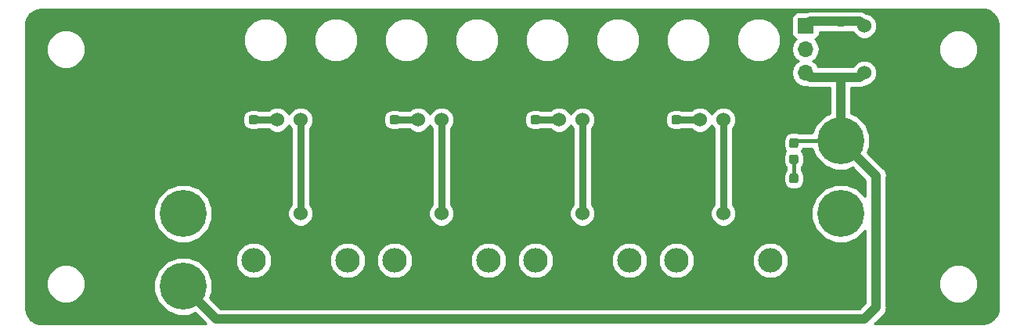
<source format=gbr>
G04 #@! TF.GenerationSoftware,KiCad,Pcbnew,(5.0.2)-1*
G04 #@! TF.CreationDate,2019-04-02T18:39:04-05:00*
G04 #@! TF.ProjectId,CameraPowerInjector_Hardware,43616d65-7261-4506-9f77-6572496e6a65,rev?*
G04 #@! TF.SameCoordinates,Original*
G04 #@! TF.FileFunction,Copper,L1,Top*
G04 #@! TF.FilePolarity,Positive*
%FSLAX46Y46*%
G04 Gerber Fmt 4.6, Leading zero omitted, Abs format (unit mm)*
G04 Created by KiCad (PCBNEW (5.0.2)-1) date 4/2/2019 6:39:04 PM*
%MOMM*%
%LPD*%
G01*
G04 APERTURE LIST*
G04 #@! TA.AperFunction,Conductor*
%ADD10C,0.100000*%
G04 #@! TD*
G04 #@! TA.AperFunction,SMDPad,CuDef*
%ADD11C,0.950000*%
G04 #@! TD*
G04 #@! TA.AperFunction,ComponentPad*
%ADD12C,5.080000*%
G04 #@! TD*
G04 #@! TA.AperFunction,ComponentPad*
%ADD13C,1.524000*%
G04 #@! TD*
G04 #@! TA.AperFunction,ComponentPad*
%ADD14C,2.641600*%
G04 #@! TD*
G04 #@! TA.AperFunction,ComponentPad*
%ADD15R,1.700000X1.700000*%
G04 #@! TD*
G04 #@! TA.AperFunction,ComponentPad*
%ADD16O,1.700000X1.700000*%
G04 #@! TD*
G04 #@! TA.AperFunction,Conductor*
%ADD17C,1.016000*%
G04 #@! TD*
G04 #@! TA.AperFunction,Conductor*
%ADD18C,0.381000*%
G04 #@! TD*
G04 #@! TA.AperFunction,Conductor*
%ADD19C,0.762000*%
G04 #@! TD*
G04 #@! TA.AperFunction,Conductor*
%ADD20C,0.254000*%
G04 #@! TD*
G04 APERTURE END LIST*
D10*
G04 #@! TO.N,GND*
G04 #@! TO.C,C1*
G36*
X134880779Y-102346144D02*
X134903834Y-102349563D01*
X134926443Y-102355227D01*
X134948387Y-102363079D01*
X134969457Y-102373044D01*
X134989448Y-102385026D01*
X135008168Y-102398910D01*
X135025438Y-102414562D01*
X135041090Y-102431832D01*
X135054974Y-102450552D01*
X135066956Y-102470543D01*
X135076921Y-102491613D01*
X135084773Y-102513557D01*
X135090437Y-102536166D01*
X135093856Y-102559221D01*
X135095000Y-102582500D01*
X135095000Y-103157500D01*
X135093856Y-103180779D01*
X135090437Y-103203834D01*
X135084773Y-103226443D01*
X135076921Y-103248387D01*
X135066956Y-103269457D01*
X135054974Y-103289448D01*
X135041090Y-103308168D01*
X135025438Y-103325438D01*
X135008168Y-103341090D01*
X134989448Y-103354974D01*
X134969457Y-103366956D01*
X134948387Y-103376921D01*
X134926443Y-103384773D01*
X134903834Y-103390437D01*
X134880779Y-103393856D01*
X134857500Y-103395000D01*
X134382500Y-103395000D01*
X134359221Y-103393856D01*
X134336166Y-103390437D01*
X134313557Y-103384773D01*
X134291613Y-103376921D01*
X134270543Y-103366956D01*
X134250552Y-103354974D01*
X134231832Y-103341090D01*
X134214562Y-103325438D01*
X134198910Y-103308168D01*
X134185026Y-103289448D01*
X134173044Y-103269457D01*
X134163079Y-103248387D01*
X134155227Y-103226443D01*
X134149563Y-103203834D01*
X134146144Y-103180779D01*
X134145000Y-103157500D01*
X134145000Y-102582500D01*
X134146144Y-102559221D01*
X134149563Y-102536166D01*
X134155227Y-102513557D01*
X134163079Y-102491613D01*
X134173044Y-102470543D01*
X134185026Y-102450552D01*
X134198910Y-102431832D01*
X134214562Y-102414562D01*
X134231832Y-102398910D01*
X134250552Y-102385026D01*
X134270543Y-102373044D01*
X134291613Y-102363079D01*
X134313557Y-102355227D01*
X134336166Y-102349563D01*
X134359221Y-102346144D01*
X134382500Y-102345000D01*
X134857500Y-102345000D01*
X134880779Y-102346144D01*
X134880779Y-102346144D01*
G37*
D11*
G04 #@! TD*
G04 #@! TO.P,C1,2*
G04 #@! TO.N,GND*
X134620000Y-102870000D03*
D10*
G04 #@! TO.N,VDDA*
G04 #@! TO.C,C1*
G36*
X134880779Y-104096144D02*
X134903834Y-104099563D01*
X134926443Y-104105227D01*
X134948387Y-104113079D01*
X134969457Y-104123044D01*
X134989448Y-104135026D01*
X135008168Y-104148910D01*
X135025438Y-104164562D01*
X135041090Y-104181832D01*
X135054974Y-104200552D01*
X135066956Y-104220543D01*
X135076921Y-104241613D01*
X135084773Y-104263557D01*
X135090437Y-104286166D01*
X135093856Y-104309221D01*
X135095000Y-104332500D01*
X135095000Y-104907500D01*
X135093856Y-104930779D01*
X135090437Y-104953834D01*
X135084773Y-104976443D01*
X135076921Y-104998387D01*
X135066956Y-105019457D01*
X135054974Y-105039448D01*
X135041090Y-105058168D01*
X135025438Y-105075438D01*
X135008168Y-105091090D01*
X134989448Y-105104974D01*
X134969457Y-105116956D01*
X134948387Y-105126921D01*
X134926443Y-105134773D01*
X134903834Y-105140437D01*
X134880779Y-105143856D01*
X134857500Y-105145000D01*
X134382500Y-105145000D01*
X134359221Y-105143856D01*
X134336166Y-105140437D01*
X134313557Y-105134773D01*
X134291613Y-105126921D01*
X134270543Y-105116956D01*
X134250552Y-105104974D01*
X134231832Y-105091090D01*
X134214562Y-105075438D01*
X134198910Y-105058168D01*
X134185026Y-105039448D01*
X134173044Y-105019457D01*
X134163079Y-104998387D01*
X134155227Y-104976443D01*
X134149563Y-104953834D01*
X134146144Y-104930779D01*
X134145000Y-104907500D01*
X134145000Y-104332500D01*
X134146144Y-104309221D01*
X134149563Y-104286166D01*
X134155227Y-104263557D01*
X134163079Y-104241613D01*
X134173044Y-104220543D01*
X134185026Y-104200552D01*
X134198910Y-104181832D01*
X134214562Y-104164562D01*
X134231832Y-104148910D01*
X134250552Y-104135026D01*
X134270543Y-104123044D01*
X134291613Y-104113079D01*
X134313557Y-104105227D01*
X134336166Y-104099563D01*
X134359221Y-104096144D01*
X134382500Y-104095000D01*
X134857500Y-104095000D01*
X134880779Y-104096144D01*
X134880779Y-104096144D01*
G37*
D11*
G04 #@! TD*
G04 #@! TO.P,C1,1*
G04 #@! TO.N,VDDA*
X134620000Y-104620000D03*
D10*
G04 #@! TO.N,VDDF*
G04 #@! TO.C,C2*
G36*
X134880779Y-98056144D02*
X134903834Y-98059563D01*
X134926443Y-98065227D01*
X134948387Y-98073079D01*
X134969457Y-98083044D01*
X134989448Y-98095026D01*
X135008168Y-98108910D01*
X135025438Y-98124562D01*
X135041090Y-98141832D01*
X135054974Y-98160552D01*
X135066956Y-98180543D01*
X135076921Y-98201613D01*
X135084773Y-98223557D01*
X135090437Y-98246166D01*
X135093856Y-98269221D01*
X135095000Y-98292500D01*
X135095000Y-98867500D01*
X135093856Y-98890779D01*
X135090437Y-98913834D01*
X135084773Y-98936443D01*
X135076921Y-98958387D01*
X135066956Y-98979457D01*
X135054974Y-98999448D01*
X135041090Y-99018168D01*
X135025438Y-99035438D01*
X135008168Y-99051090D01*
X134989448Y-99064974D01*
X134969457Y-99076956D01*
X134948387Y-99086921D01*
X134926443Y-99094773D01*
X134903834Y-99100437D01*
X134880779Y-99103856D01*
X134857500Y-99105000D01*
X134382500Y-99105000D01*
X134359221Y-99103856D01*
X134336166Y-99100437D01*
X134313557Y-99094773D01*
X134291613Y-99086921D01*
X134270543Y-99076956D01*
X134250552Y-99064974D01*
X134231832Y-99051090D01*
X134214562Y-99035438D01*
X134198910Y-99018168D01*
X134185026Y-98999448D01*
X134173044Y-98979457D01*
X134163079Y-98958387D01*
X134155227Y-98936443D01*
X134149563Y-98913834D01*
X134146144Y-98890779D01*
X134145000Y-98867500D01*
X134145000Y-98292500D01*
X134146144Y-98269221D01*
X134149563Y-98246166D01*
X134155227Y-98223557D01*
X134163079Y-98201613D01*
X134173044Y-98180543D01*
X134185026Y-98160552D01*
X134198910Y-98141832D01*
X134214562Y-98124562D01*
X134231832Y-98108910D01*
X134250552Y-98095026D01*
X134270543Y-98083044D01*
X134291613Y-98073079D01*
X134313557Y-98065227D01*
X134336166Y-98059563D01*
X134359221Y-98056144D01*
X134382500Y-98055000D01*
X134857500Y-98055000D01*
X134880779Y-98056144D01*
X134880779Y-98056144D01*
G37*
D11*
G04 #@! TD*
G04 #@! TO.P,C2,1*
G04 #@! TO.N,VDDF*
X134620000Y-98580000D03*
D10*
G04 #@! TO.N,GND*
G04 #@! TO.C,C2*
G36*
X134880779Y-99806144D02*
X134903834Y-99809563D01*
X134926443Y-99815227D01*
X134948387Y-99823079D01*
X134969457Y-99833044D01*
X134989448Y-99845026D01*
X135008168Y-99858910D01*
X135025438Y-99874562D01*
X135041090Y-99891832D01*
X135054974Y-99910552D01*
X135066956Y-99930543D01*
X135076921Y-99951613D01*
X135084773Y-99973557D01*
X135090437Y-99996166D01*
X135093856Y-100019221D01*
X135095000Y-100042500D01*
X135095000Y-100617500D01*
X135093856Y-100640779D01*
X135090437Y-100663834D01*
X135084773Y-100686443D01*
X135076921Y-100708387D01*
X135066956Y-100729457D01*
X135054974Y-100749448D01*
X135041090Y-100768168D01*
X135025438Y-100785438D01*
X135008168Y-100801090D01*
X134989448Y-100814974D01*
X134969457Y-100826956D01*
X134948387Y-100836921D01*
X134926443Y-100844773D01*
X134903834Y-100850437D01*
X134880779Y-100853856D01*
X134857500Y-100855000D01*
X134382500Y-100855000D01*
X134359221Y-100853856D01*
X134336166Y-100850437D01*
X134313557Y-100844773D01*
X134291613Y-100836921D01*
X134270543Y-100826956D01*
X134250552Y-100814974D01*
X134231832Y-100801090D01*
X134214562Y-100785438D01*
X134198910Y-100768168D01*
X134185026Y-100749448D01*
X134173044Y-100729457D01*
X134163079Y-100708387D01*
X134155227Y-100686443D01*
X134149563Y-100663834D01*
X134146144Y-100640779D01*
X134145000Y-100617500D01*
X134145000Y-100042500D01*
X134146144Y-100019221D01*
X134149563Y-99996166D01*
X134155227Y-99973557D01*
X134163079Y-99951613D01*
X134173044Y-99930543D01*
X134185026Y-99910552D01*
X134198910Y-99891832D01*
X134214562Y-99874562D01*
X134231832Y-99858910D01*
X134250552Y-99845026D01*
X134270543Y-99833044D01*
X134291613Y-99823079D01*
X134313557Y-99815227D01*
X134336166Y-99809563D01*
X134359221Y-99806144D01*
X134382500Y-99805000D01*
X134857500Y-99805000D01*
X134880779Y-99806144D01*
X134880779Y-99806144D01*
G37*
D11*
G04 #@! TD*
G04 #@! TO.P,C2,2*
G04 #@! TO.N,GND*
X134620000Y-100330000D03*
D10*
G04 #@! TO.N,VCOM*
G04 #@! TO.C,C3*
G36*
X86670779Y-108746144D02*
X86693834Y-108749563D01*
X86716443Y-108755227D01*
X86738387Y-108763079D01*
X86759457Y-108773044D01*
X86779448Y-108785026D01*
X86798168Y-108798910D01*
X86815438Y-108814562D01*
X86831090Y-108831832D01*
X86844974Y-108850552D01*
X86856956Y-108870543D01*
X86866921Y-108891613D01*
X86874773Y-108913557D01*
X86880437Y-108936166D01*
X86883856Y-108959221D01*
X86885000Y-108982500D01*
X86885000Y-109457500D01*
X86883856Y-109480779D01*
X86880437Y-109503834D01*
X86874773Y-109526443D01*
X86866921Y-109548387D01*
X86856956Y-109569457D01*
X86844974Y-109589448D01*
X86831090Y-109608168D01*
X86815438Y-109625438D01*
X86798168Y-109641090D01*
X86779448Y-109654974D01*
X86759457Y-109666956D01*
X86738387Y-109676921D01*
X86716443Y-109684773D01*
X86693834Y-109690437D01*
X86670779Y-109693856D01*
X86647500Y-109695000D01*
X86072500Y-109695000D01*
X86049221Y-109693856D01*
X86026166Y-109690437D01*
X86003557Y-109684773D01*
X85981613Y-109676921D01*
X85960543Y-109666956D01*
X85940552Y-109654974D01*
X85921832Y-109641090D01*
X85904562Y-109625438D01*
X85888910Y-109608168D01*
X85875026Y-109589448D01*
X85863044Y-109569457D01*
X85853079Y-109548387D01*
X85845227Y-109526443D01*
X85839563Y-109503834D01*
X85836144Y-109480779D01*
X85835000Y-109457500D01*
X85835000Y-108982500D01*
X85836144Y-108959221D01*
X85839563Y-108936166D01*
X85845227Y-108913557D01*
X85853079Y-108891613D01*
X85863044Y-108870543D01*
X85875026Y-108850552D01*
X85888910Y-108831832D01*
X85904562Y-108814562D01*
X85921832Y-108798910D01*
X85940552Y-108785026D01*
X85960543Y-108773044D01*
X85981613Y-108763079D01*
X86003557Y-108755227D01*
X86026166Y-108749563D01*
X86049221Y-108746144D01*
X86072500Y-108745000D01*
X86647500Y-108745000D01*
X86670779Y-108746144D01*
X86670779Y-108746144D01*
G37*
D11*
G04 #@! TD*
G04 #@! TO.P,C3,1*
G04 #@! TO.N,VCOM*
X86360000Y-109220000D03*
D10*
G04 #@! TO.N,GND*
G04 #@! TO.C,C3*
G36*
X84920779Y-108746144D02*
X84943834Y-108749563D01*
X84966443Y-108755227D01*
X84988387Y-108763079D01*
X85009457Y-108773044D01*
X85029448Y-108785026D01*
X85048168Y-108798910D01*
X85065438Y-108814562D01*
X85081090Y-108831832D01*
X85094974Y-108850552D01*
X85106956Y-108870543D01*
X85116921Y-108891613D01*
X85124773Y-108913557D01*
X85130437Y-108936166D01*
X85133856Y-108959221D01*
X85135000Y-108982500D01*
X85135000Y-109457500D01*
X85133856Y-109480779D01*
X85130437Y-109503834D01*
X85124773Y-109526443D01*
X85116921Y-109548387D01*
X85106956Y-109569457D01*
X85094974Y-109589448D01*
X85081090Y-109608168D01*
X85065438Y-109625438D01*
X85048168Y-109641090D01*
X85029448Y-109654974D01*
X85009457Y-109666956D01*
X84988387Y-109676921D01*
X84966443Y-109684773D01*
X84943834Y-109690437D01*
X84920779Y-109693856D01*
X84897500Y-109695000D01*
X84322500Y-109695000D01*
X84299221Y-109693856D01*
X84276166Y-109690437D01*
X84253557Y-109684773D01*
X84231613Y-109676921D01*
X84210543Y-109666956D01*
X84190552Y-109654974D01*
X84171832Y-109641090D01*
X84154562Y-109625438D01*
X84138910Y-109608168D01*
X84125026Y-109589448D01*
X84113044Y-109569457D01*
X84103079Y-109548387D01*
X84095227Y-109526443D01*
X84089563Y-109503834D01*
X84086144Y-109480779D01*
X84085000Y-109457500D01*
X84085000Y-108982500D01*
X84086144Y-108959221D01*
X84089563Y-108936166D01*
X84095227Y-108913557D01*
X84103079Y-108891613D01*
X84113044Y-108870543D01*
X84125026Y-108850552D01*
X84138910Y-108831832D01*
X84154562Y-108814562D01*
X84171832Y-108798910D01*
X84190552Y-108785026D01*
X84210543Y-108773044D01*
X84231613Y-108763079D01*
X84253557Y-108755227D01*
X84276166Y-108749563D01*
X84299221Y-108746144D01*
X84322500Y-108745000D01*
X84897500Y-108745000D01*
X84920779Y-108746144D01*
X84920779Y-108746144D01*
G37*
D11*
G04 #@! TD*
G04 #@! TO.P,C3,2*
G04 #@! TO.N,GND*
X84610000Y-109220000D03*
D10*
G04 #@! TO.N,GND*
G04 #@! TO.C,C4*
G36*
X69680779Y-108746144D02*
X69703834Y-108749563D01*
X69726443Y-108755227D01*
X69748387Y-108763079D01*
X69769457Y-108773044D01*
X69789448Y-108785026D01*
X69808168Y-108798910D01*
X69825438Y-108814562D01*
X69841090Y-108831832D01*
X69854974Y-108850552D01*
X69866956Y-108870543D01*
X69876921Y-108891613D01*
X69884773Y-108913557D01*
X69890437Y-108936166D01*
X69893856Y-108959221D01*
X69895000Y-108982500D01*
X69895000Y-109457500D01*
X69893856Y-109480779D01*
X69890437Y-109503834D01*
X69884773Y-109526443D01*
X69876921Y-109548387D01*
X69866956Y-109569457D01*
X69854974Y-109589448D01*
X69841090Y-109608168D01*
X69825438Y-109625438D01*
X69808168Y-109641090D01*
X69789448Y-109654974D01*
X69769457Y-109666956D01*
X69748387Y-109676921D01*
X69726443Y-109684773D01*
X69703834Y-109690437D01*
X69680779Y-109693856D01*
X69657500Y-109695000D01*
X69082500Y-109695000D01*
X69059221Y-109693856D01*
X69036166Y-109690437D01*
X69013557Y-109684773D01*
X68991613Y-109676921D01*
X68970543Y-109666956D01*
X68950552Y-109654974D01*
X68931832Y-109641090D01*
X68914562Y-109625438D01*
X68898910Y-109608168D01*
X68885026Y-109589448D01*
X68873044Y-109569457D01*
X68863079Y-109548387D01*
X68855227Y-109526443D01*
X68849563Y-109503834D01*
X68846144Y-109480779D01*
X68845000Y-109457500D01*
X68845000Y-108982500D01*
X68846144Y-108959221D01*
X68849563Y-108936166D01*
X68855227Y-108913557D01*
X68863079Y-108891613D01*
X68873044Y-108870543D01*
X68885026Y-108850552D01*
X68898910Y-108831832D01*
X68914562Y-108814562D01*
X68931832Y-108798910D01*
X68950552Y-108785026D01*
X68970543Y-108773044D01*
X68991613Y-108763079D01*
X69013557Y-108755227D01*
X69036166Y-108749563D01*
X69059221Y-108746144D01*
X69082500Y-108745000D01*
X69657500Y-108745000D01*
X69680779Y-108746144D01*
X69680779Y-108746144D01*
G37*
D11*
G04 #@! TD*
G04 #@! TO.P,C4,2*
G04 #@! TO.N,GND*
X69370000Y-109220000D03*
D10*
G04 #@! TO.N,VCOM*
G04 #@! TO.C,C4*
G36*
X71430779Y-108746144D02*
X71453834Y-108749563D01*
X71476443Y-108755227D01*
X71498387Y-108763079D01*
X71519457Y-108773044D01*
X71539448Y-108785026D01*
X71558168Y-108798910D01*
X71575438Y-108814562D01*
X71591090Y-108831832D01*
X71604974Y-108850552D01*
X71616956Y-108870543D01*
X71626921Y-108891613D01*
X71634773Y-108913557D01*
X71640437Y-108936166D01*
X71643856Y-108959221D01*
X71645000Y-108982500D01*
X71645000Y-109457500D01*
X71643856Y-109480779D01*
X71640437Y-109503834D01*
X71634773Y-109526443D01*
X71626921Y-109548387D01*
X71616956Y-109569457D01*
X71604974Y-109589448D01*
X71591090Y-109608168D01*
X71575438Y-109625438D01*
X71558168Y-109641090D01*
X71539448Y-109654974D01*
X71519457Y-109666956D01*
X71498387Y-109676921D01*
X71476443Y-109684773D01*
X71453834Y-109690437D01*
X71430779Y-109693856D01*
X71407500Y-109695000D01*
X70832500Y-109695000D01*
X70809221Y-109693856D01*
X70786166Y-109690437D01*
X70763557Y-109684773D01*
X70741613Y-109676921D01*
X70720543Y-109666956D01*
X70700552Y-109654974D01*
X70681832Y-109641090D01*
X70664562Y-109625438D01*
X70648910Y-109608168D01*
X70635026Y-109589448D01*
X70623044Y-109569457D01*
X70613079Y-109548387D01*
X70605227Y-109526443D01*
X70599563Y-109503834D01*
X70596144Y-109480779D01*
X70595000Y-109457500D01*
X70595000Y-108982500D01*
X70596144Y-108959221D01*
X70599563Y-108936166D01*
X70605227Y-108913557D01*
X70613079Y-108891613D01*
X70623044Y-108870543D01*
X70635026Y-108850552D01*
X70648910Y-108831832D01*
X70664562Y-108814562D01*
X70681832Y-108798910D01*
X70700552Y-108785026D01*
X70720543Y-108773044D01*
X70741613Y-108763079D01*
X70763557Y-108755227D01*
X70786166Y-108749563D01*
X70809221Y-108746144D01*
X70832500Y-108745000D01*
X71407500Y-108745000D01*
X71430779Y-108746144D01*
X71430779Y-108746144D01*
G37*
D11*
G04 #@! TD*
G04 #@! TO.P,C4,1*
G04 #@! TO.N,VCOM*
X71120000Y-109220000D03*
D10*
G04 #@! TO.N,VCOM*
G04 #@! TO.C,C5*
G36*
X101910779Y-108746144D02*
X101933834Y-108749563D01*
X101956443Y-108755227D01*
X101978387Y-108763079D01*
X101999457Y-108773044D01*
X102019448Y-108785026D01*
X102038168Y-108798910D01*
X102055438Y-108814562D01*
X102071090Y-108831832D01*
X102084974Y-108850552D01*
X102096956Y-108870543D01*
X102106921Y-108891613D01*
X102114773Y-108913557D01*
X102120437Y-108936166D01*
X102123856Y-108959221D01*
X102125000Y-108982500D01*
X102125000Y-109457500D01*
X102123856Y-109480779D01*
X102120437Y-109503834D01*
X102114773Y-109526443D01*
X102106921Y-109548387D01*
X102096956Y-109569457D01*
X102084974Y-109589448D01*
X102071090Y-109608168D01*
X102055438Y-109625438D01*
X102038168Y-109641090D01*
X102019448Y-109654974D01*
X101999457Y-109666956D01*
X101978387Y-109676921D01*
X101956443Y-109684773D01*
X101933834Y-109690437D01*
X101910779Y-109693856D01*
X101887500Y-109695000D01*
X101312500Y-109695000D01*
X101289221Y-109693856D01*
X101266166Y-109690437D01*
X101243557Y-109684773D01*
X101221613Y-109676921D01*
X101200543Y-109666956D01*
X101180552Y-109654974D01*
X101161832Y-109641090D01*
X101144562Y-109625438D01*
X101128910Y-109608168D01*
X101115026Y-109589448D01*
X101103044Y-109569457D01*
X101093079Y-109548387D01*
X101085227Y-109526443D01*
X101079563Y-109503834D01*
X101076144Y-109480779D01*
X101075000Y-109457500D01*
X101075000Y-108982500D01*
X101076144Y-108959221D01*
X101079563Y-108936166D01*
X101085227Y-108913557D01*
X101093079Y-108891613D01*
X101103044Y-108870543D01*
X101115026Y-108850552D01*
X101128910Y-108831832D01*
X101144562Y-108814562D01*
X101161832Y-108798910D01*
X101180552Y-108785026D01*
X101200543Y-108773044D01*
X101221613Y-108763079D01*
X101243557Y-108755227D01*
X101266166Y-108749563D01*
X101289221Y-108746144D01*
X101312500Y-108745000D01*
X101887500Y-108745000D01*
X101910779Y-108746144D01*
X101910779Y-108746144D01*
G37*
D11*
G04 #@! TD*
G04 #@! TO.P,C5,1*
G04 #@! TO.N,VCOM*
X101600000Y-109220000D03*
D10*
G04 #@! TO.N,GND*
G04 #@! TO.C,C5*
G36*
X100160779Y-108746144D02*
X100183834Y-108749563D01*
X100206443Y-108755227D01*
X100228387Y-108763079D01*
X100249457Y-108773044D01*
X100269448Y-108785026D01*
X100288168Y-108798910D01*
X100305438Y-108814562D01*
X100321090Y-108831832D01*
X100334974Y-108850552D01*
X100346956Y-108870543D01*
X100356921Y-108891613D01*
X100364773Y-108913557D01*
X100370437Y-108936166D01*
X100373856Y-108959221D01*
X100375000Y-108982500D01*
X100375000Y-109457500D01*
X100373856Y-109480779D01*
X100370437Y-109503834D01*
X100364773Y-109526443D01*
X100356921Y-109548387D01*
X100346956Y-109569457D01*
X100334974Y-109589448D01*
X100321090Y-109608168D01*
X100305438Y-109625438D01*
X100288168Y-109641090D01*
X100269448Y-109654974D01*
X100249457Y-109666956D01*
X100228387Y-109676921D01*
X100206443Y-109684773D01*
X100183834Y-109690437D01*
X100160779Y-109693856D01*
X100137500Y-109695000D01*
X99562500Y-109695000D01*
X99539221Y-109693856D01*
X99516166Y-109690437D01*
X99493557Y-109684773D01*
X99471613Y-109676921D01*
X99450543Y-109666956D01*
X99430552Y-109654974D01*
X99411832Y-109641090D01*
X99394562Y-109625438D01*
X99378910Y-109608168D01*
X99365026Y-109589448D01*
X99353044Y-109569457D01*
X99343079Y-109548387D01*
X99335227Y-109526443D01*
X99329563Y-109503834D01*
X99326144Y-109480779D01*
X99325000Y-109457500D01*
X99325000Y-108982500D01*
X99326144Y-108959221D01*
X99329563Y-108936166D01*
X99335227Y-108913557D01*
X99343079Y-108891613D01*
X99353044Y-108870543D01*
X99365026Y-108850552D01*
X99378910Y-108831832D01*
X99394562Y-108814562D01*
X99411832Y-108798910D01*
X99430552Y-108785026D01*
X99450543Y-108773044D01*
X99471613Y-108763079D01*
X99493557Y-108755227D01*
X99516166Y-108749563D01*
X99539221Y-108746144D01*
X99562500Y-108745000D01*
X100137500Y-108745000D01*
X100160779Y-108746144D01*
X100160779Y-108746144D01*
G37*
D11*
G04 #@! TD*
G04 #@! TO.P,C5,2*
G04 #@! TO.N,GND*
X99850000Y-109220000D03*
D10*
G04 #@! TO.N,GND*
G04 #@! TO.C,C6*
G36*
X115400779Y-108746144D02*
X115423834Y-108749563D01*
X115446443Y-108755227D01*
X115468387Y-108763079D01*
X115489457Y-108773044D01*
X115509448Y-108785026D01*
X115528168Y-108798910D01*
X115545438Y-108814562D01*
X115561090Y-108831832D01*
X115574974Y-108850552D01*
X115586956Y-108870543D01*
X115596921Y-108891613D01*
X115604773Y-108913557D01*
X115610437Y-108936166D01*
X115613856Y-108959221D01*
X115615000Y-108982500D01*
X115615000Y-109457500D01*
X115613856Y-109480779D01*
X115610437Y-109503834D01*
X115604773Y-109526443D01*
X115596921Y-109548387D01*
X115586956Y-109569457D01*
X115574974Y-109589448D01*
X115561090Y-109608168D01*
X115545438Y-109625438D01*
X115528168Y-109641090D01*
X115509448Y-109654974D01*
X115489457Y-109666956D01*
X115468387Y-109676921D01*
X115446443Y-109684773D01*
X115423834Y-109690437D01*
X115400779Y-109693856D01*
X115377500Y-109695000D01*
X114802500Y-109695000D01*
X114779221Y-109693856D01*
X114756166Y-109690437D01*
X114733557Y-109684773D01*
X114711613Y-109676921D01*
X114690543Y-109666956D01*
X114670552Y-109654974D01*
X114651832Y-109641090D01*
X114634562Y-109625438D01*
X114618910Y-109608168D01*
X114605026Y-109589448D01*
X114593044Y-109569457D01*
X114583079Y-109548387D01*
X114575227Y-109526443D01*
X114569563Y-109503834D01*
X114566144Y-109480779D01*
X114565000Y-109457500D01*
X114565000Y-108982500D01*
X114566144Y-108959221D01*
X114569563Y-108936166D01*
X114575227Y-108913557D01*
X114583079Y-108891613D01*
X114593044Y-108870543D01*
X114605026Y-108850552D01*
X114618910Y-108831832D01*
X114634562Y-108814562D01*
X114651832Y-108798910D01*
X114670552Y-108785026D01*
X114690543Y-108773044D01*
X114711613Y-108763079D01*
X114733557Y-108755227D01*
X114756166Y-108749563D01*
X114779221Y-108746144D01*
X114802500Y-108745000D01*
X115377500Y-108745000D01*
X115400779Y-108746144D01*
X115400779Y-108746144D01*
G37*
D11*
G04 #@! TD*
G04 #@! TO.P,C6,2*
G04 #@! TO.N,GND*
X115090000Y-109220000D03*
D10*
G04 #@! TO.N,VCOM*
G04 #@! TO.C,C6*
G36*
X117150779Y-108746144D02*
X117173834Y-108749563D01*
X117196443Y-108755227D01*
X117218387Y-108763079D01*
X117239457Y-108773044D01*
X117259448Y-108785026D01*
X117278168Y-108798910D01*
X117295438Y-108814562D01*
X117311090Y-108831832D01*
X117324974Y-108850552D01*
X117336956Y-108870543D01*
X117346921Y-108891613D01*
X117354773Y-108913557D01*
X117360437Y-108936166D01*
X117363856Y-108959221D01*
X117365000Y-108982500D01*
X117365000Y-109457500D01*
X117363856Y-109480779D01*
X117360437Y-109503834D01*
X117354773Y-109526443D01*
X117346921Y-109548387D01*
X117336956Y-109569457D01*
X117324974Y-109589448D01*
X117311090Y-109608168D01*
X117295438Y-109625438D01*
X117278168Y-109641090D01*
X117259448Y-109654974D01*
X117239457Y-109666956D01*
X117218387Y-109676921D01*
X117196443Y-109684773D01*
X117173834Y-109690437D01*
X117150779Y-109693856D01*
X117127500Y-109695000D01*
X116552500Y-109695000D01*
X116529221Y-109693856D01*
X116506166Y-109690437D01*
X116483557Y-109684773D01*
X116461613Y-109676921D01*
X116440543Y-109666956D01*
X116420552Y-109654974D01*
X116401832Y-109641090D01*
X116384562Y-109625438D01*
X116368910Y-109608168D01*
X116355026Y-109589448D01*
X116343044Y-109569457D01*
X116333079Y-109548387D01*
X116325227Y-109526443D01*
X116319563Y-109503834D01*
X116316144Y-109480779D01*
X116315000Y-109457500D01*
X116315000Y-108982500D01*
X116316144Y-108959221D01*
X116319563Y-108936166D01*
X116325227Y-108913557D01*
X116333079Y-108891613D01*
X116343044Y-108870543D01*
X116355026Y-108850552D01*
X116368910Y-108831832D01*
X116384562Y-108814562D01*
X116401832Y-108798910D01*
X116420552Y-108785026D01*
X116440543Y-108773044D01*
X116461613Y-108763079D01*
X116483557Y-108755227D01*
X116506166Y-108749563D01*
X116529221Y-108746144D01*
X116552500Y-108745000D01*
X117127500Y-108745000D01*
X117150779Y-108746144D01*
X117150779Y-108746144D01*
G37*
D11*
G04 #@! TD*
G04 #@! TO.P,C6,1*
G04 #@! TO.N,VCOM*
X116840000Y-109220000D03*
D12*
G04 #@! TO.P,Conn1,1*
G04 #@! TO.N,GND*
X134620000Y-127254000D03*
G04 #@! TO.P,Conn1,2*
G04 #@! TO.N,N/C*
X134620000Y-119380000D03*
G04 #@! TO.P,Conn1,3*
G04 #@! TO.N,VDDA*
X134620000Y-111506000D03*
G04 #@! TD*
D13*
G04 #@! TO.P,Conn2,3*
G04 #@! TO.N,GND*
X124460000Y-109220000D03*
G04 #@! TO.P,Conn2,2*
G04 #@! TO.N,C1_Sig*
X121920000Y-109220000D03*
G04 #@! TO.P,Conn2,1*
G04 #@! TO.N,VCOM*
X119380000Y-109220000D03*
G04 #@! TD*
G04 #@! TO.P,Conn3,1*
G04 #@! TO.N,VCOM*
X104140000Y-109220000D03*
G04 #@! TO.P,Conn3,2*
G04 #@! TO.N,C2_Sig*
X106680000Y-109220000D03*
G04 #@! TO.P,Conn3,3*
G04 #@! TO.N,GND*
X109220000Y-109220000D03*
G04 #@! TD*
G04 #@! TO.P,Conn4,3*
G04 #@! TO.N,GND*
X93980000Y-109220000D03*
G04 #@! TO.P,Conn4,2*
G04 #@! TO.N,C3_Sig*
X91440000Y-109220000D03*
G04 #@! TO.P,Conn4,1*
G04 #@! TO.N,VCOM*
X88900000Y-109220000D03*
G04 #@! TD*
G04 #@! TO.P,Conn5,1*
G04 #@! TO.N,VCOM*
X73660000Y-109220000D03*
G04 #@! TO.P,Conn5,2*
G04 #@! TO.N,C4_Sig*
X76200000Y-109220000D03*
G04 #@! TO.P,Conn5,3*
G04 #@! TO.N,GND*
X78740000Y-109220000D03*
G04 #@! TD*
D12*
G04 #@! TO.P,Conn6,3*
G04 #@! TO.N,VDDA*
X63500000Y-127254000D03*
G04 #@! TO.P,Conn6,2*
G04 #@! TO.N,N/C*
X63500000Y-119380000D03*
G04 #@! TO.P,Conn6,1*
G04 #@! TO.N,GND*
X63500000Y-111506000D03*
G04 #@! TD*
D13*
G04 #@! TO.P,J1,1*
G04 #@! TO.N,C1_Sig*
X121920000Y-119380000D03*
G04 #@! TO.P,J1,2*
G04 #@! TO.N,GND*
X124460000Y-119380000D03*
D14*
G04 #@! TO.P,J1,3*
G04 #@! TO.N,N/C*
X127000000Y-124460000D03*
G04 #@! TO.P,J1,4*
X116840000Y-124460000D03*
G04 #@! TD*
G04 #@! TO.P,J2,4*
G04 #@! TO.N,N/C*
X101600000Y-124460000D03*
G04 #@! TO.P,J2,3*
X111760000Y-124460000D03*
D13*
G04 #@! TO.P,J2,2*
G04 #@! TO.N,GND*
X109220000Y-119380000D03*
G04 #@! TO.P,J2,1*
G04 #@! TO.N,C2_Sig*
X106680000Y-119380000D03*
G04 #@! TD*
G04 #@! TO.P,J3,1*
G04 #@! TO.N,C3_Sig*
X91440000Y-119380000D03*
G04 #@! TO.P,J3,2*
G04 #@! TO.N,GND*
X93980000Y-119380000D03*
D14*
G04 #@! TO.P,J3,3*
G04 #@! TO.N,N/C*
X96520000Y-124460000D03*
G04 #@! TO.P,J3,4*
X86360000Y-124460000D03*
G04 #@! TD*
G04 #@! TO.P,J4,4*
G04 #@! TO.N,N/C*
X71120000Y-124460000D03*
G04 #@! TO.P,J4,3*
X81280000Y-124460000D03*
D13*
G04 #@! TO.P,J4,2*
G04 #@! TO.N,GND*
X78740000Y-119380000D03*
G04 #@! TO.P,J4,1*
G04 #@! TO.N,C4_Sig*
X76200000Y-119380000D03*
G04 #@! TD*
D15*
G04 #@! TO.P,JP1,1*
G04 #@! TO.N,VDDF*
X130810000Y-99060000D03*
D16*
G04 #@! TO.P,JP1,2*
G04 #@! TO.N,VCOM*
X130810000Y-101600000D03*
G04 #@! TO.P,JP1,3*
G04 #@! TO.N,VDDA*
X130810000Y-104140000D03*
G04 #@! TD*
D13*
G04 #@! TO.P,U1,1*
G04 #@! TO.N,VDDA*
X137160000Y-104140000D03*
G04 #@! TO.P,U1,2*
G04 #@! TO.N,GND*
X137160000Y-101600000D03*
G04 #@! TO.P,U1,3*
G04 #@! TO.N,VDDF*
X137160000Y-99060000D03*
G04 #@! TD*
D10*
G04 #@! TO.N,GND*
G04 #@! TO.C,D1*
G36*
X129800779Y-116796144D02*
X129823834Y-116799563D01*
X129846443Y-116805227D01*
X129868387Y-116813079D01*
X129889457Y-116823044D01*
X129909448Y-116835026D01*
X129928168Y-116848910D01*
X129945438Y-116864562D01*
X129961090Y-116881832D01*
X129974974Y-116900552D01*
X129986956Y-116920543D01*
X129996921Y-116941613D01*
X130004773Y-116963557D01*
X130010437Y-116986166D01*
X130013856Y-117009221D01*
X130015000Y-117032500D01*
X130015000Y-117607500D01*
X130013856Y-117630779D01*
X130010437Y-117653834D01*
X130004773Y-117676443D01*
X129996921Y-117698387D01*
X129986956Y-117719457D01*
X129974974Y-117739448D01*
X129961090Y-117758168D01*
X129945438Y-117775438D01*
X129928168Y-117791090D01*
X129909448Y-117804974D01*
X129889457Y-117816956D01*
X129868387Y-117826921D01*
X129846443Y-117834773D01*
X129823834Y-117840437D01*
X129800779Y-117843856D01*
X129777500Y-117845000D01*
X129302500Y-117845000D01*
X129279221Y-117843856D01*
X129256166Y-117840437D01*
X129233557Y-117834773D01*
X129211613Y-117826921D01*
X129190543Y-117816956D01*
X129170552Y-117804974D01*
X129151832Y-117791090D01*
X129134562Y-117775438D01*
X129118910Y-117758168D01*
X129105026Y-117739448D01*
X129093044Y-117719457D01*
X129083079Y-117698387D01*
X129075227Y-117676443D01*
X129069563Y-117653834D01*
X129066144Y-117630779D01*
X129065000Y-117607500D01*
X129065000Y-117032500D01*
X129066144Y-117009221D01*
X129069563Y-116986166D01*
X129075227Y-116963557D01*
X129083079Y-116941613D01*
X129093044Y-116920543D01*
X129105026Y-116900552D01*
X129118910Y-116881832D01*
X129134562Y-116864562D01*
X129151832Y-116848910D01*
X129170552Y-116835026D01*
X129190543Y-116823044D01*
X129211613Y-116813079D01*
X129233557Y-116805227D01*
X129256166Y-116799563D01*
X129279221Y-116796144D01*
X129302500Y-116795000D01*
X129777500Y-116795000D01*
X129800779Y-116796144D01*
X129800779Y-116796144D01*
G37*
D11*
G04 #@! TD*
G04 #@! TO.P,D1,1*
G04 #@! TO.N,GND*
X129540000Y-117320000D03*
D10*
G04 #@! TO.N,Net-(D1-Pad2)*
G04 #@! TO.C,D1*
G36*
X129800779Y-115046144D02*
X129823834Y-115049563D01*
X129846443Y-115055227D01*
X129868387Y-115063079D01*
X129889457Y-115073044D01*
X129909448Y-115085026D01*
X129928168Y-115098910D01*
X129945438Y-115114562D01*
X129961090Y-115131832D01*
X129974974Y-115150552D01*
X129986956Y-115170543D01*
X129996921Y-115191613D01*
X130004773Y-115213557D01*
X130010437Y-115236166D01*
X130013856Y-115259221D01*
X130015000Y-115282500D01*
X130015000Y-115857500D01*
X130013856Y-115880779D01*
X130010437Y-115903834D01*
X130004773Y-115926443D01*
X129996921Y-115948387D01*
X129986956Y-115969457D01*
X129974974Y-115989448D01*
X129961090Y-116008168D01*
X129945438Y-116025438D01*
X129928168Y-116041090D01*
X129909448Y-116054974D01*
X129889457Y-116066956D01*
X129868387Y-116076921D01*
X129846443Y-116084773D01*
X129823834Y-116090437D01*
X129800779Y-116093856D01*
X129777500Y-116095000D01*
X129302500Y-116095000D01*
X129279221Y-116093856D01*
X129256166Y-116090437D01*
X129233557Y-116084773D01*
X129211613Y-116076921D01*
X129190543Y-116066956D01*
X129170552Y-116054974D01*
X129151832Y-116041090D01*
X129134562Y-116025438D01*
X129118910Y-116008168D01*
X129105026Y-115989448D01*
X129093044Y-115969457D01*
X129083079Y-115948387D01*
X129075227Y-115926443D01*
X129069563Y-115903834D01*
X129066144Y-115880779D01*
X129065000Y-115857500D01*
X129065000Y-115282500D01*
X129066144Y-115259221D01*
X129069563Y-115236166D01*
X129075227Y-115213557D01*
X129083079Y-115191613D01*
X129093044Y-115170543D01*
X129105026Y-115150552D01*
X129118910Y-115131832D01*
X129134562Y-115114562D01*
X129151832Y-115098910D01*
X129170552Y-115085026D01*
X129190543Y-115073044D01*
X129211613Y-115063079D01*
X129233557Y-115055227D01*
X129256166Y-115049563D01*
X129279221Y-115046144D01*
X129302500Y-115045000D01*
X129777500Y-115045000D01*
X129800779Y-115046144D01*
X129800779Y-115046144D01*
G37*
D11*
G04 #@! TD*
G04 #@! TO.P,D1,2*
G04 #@! TO.N,Net-(D1-Pad2)*
X129540000Y-115570000D03*
D10*
G04 #@! TO.N,VDDA*
G04 #@! TO.C,R1*
G36*
X129800779Y-111236144D02*
X129823834Y-111239563D01*
X129846443Y-111245227D01*
X129868387Y-111253079D01*
X129889457Y-111263044D01*
X129909448Y-111275026D01*
X129928168Y-111288910D01*
X129945438Y-111304562D01*
X129961090Y-111321832D01*
X129974974Y-111340552D01*
X129986956Y-111360543D01*
X129996921Y-111381613D01*
X130004773Y-111403557D01*
X130010437Y-111426166D01*
X130013856Y-111449221D01*
X130015000Y-111472500D01*
X130015000Y-112047500D01*
X130013856Y-112070779D01*
X130010437Y-112093834D01*
X130004773Y-112116443D01*
X129996921Y-112138387D01*
X129986956Y-112159457D01*
X129974974Y-112179448D01*
X129961090Y-112198168D01*
X129945438Y-112215438D01*
X129928168Y-112231090D01*
X129909448Y-112244974D01*
X129889457Y-112256956D01*
X129868387Y-112266921D01*
X129846443Y-112274773D01*
X129823834Y-112280437D01*
X129800779Y-112283856D01*
X129777500Y-112285000D01*
X129302500Y-112285000D01*
X129279221Y-112283856D01*
X129256166Y-112280437D01*
X129233557Y-112274773D01*
X129211613Y-112266921D01*
X129190543Y-112256956D01*
X129170552Y-112244974D01*
X129151832Y-112231090D01*
X129134562Y-112215438D01*
X129118910Y-112198168D01*
X129105026Y-112179448D01*
X129093044Y-112159457D01*
X129083079Y-112138387D01*
X129075227Y-112116443D01*
X129069563Y-112093834D01*
X129066144Y-112070779D01*
X129065000Y-112047500D01*
X129065000Y-111472500D01*
X129066144Y-111449221D01*
X129069563Y-111426166D01*
X129075227Y-111403557D01*
X129083079Y-111381613D01*
X129093044Y-111360543D01*
X129105026Y-111340552D01*
X129118910Y-111321832D01*
X129134562Y-111304562D01*
X129151832Y-111288910D01*
X129170552Y-111275026D01*
X129190543Y-111263044D01*
X129211613Y-111253079D01*
X129233557Y-111245227D01*
X129256166Y-111239563D01*
X129279221Y-111236144D01*
X129302500Y-111235000D01*
X129777500Y-111235000D01*
X129800779Y-111236144D01*
X129800779Y-111236144D01*
G37*
D11*
G04 #@! TD*
G04 #@! TO.P,R1,1*
G04 #@! TO.N,VDDA*
X129540000Y-111760000D03*
D10*
G04 #@! TO.N,Net-(D1-Pad2)*
G04 #@! TO.C,R1*
G36*
X129800779Y-112986144D02*
X129823834Y-112989563D01*
X129846443Y-112995227D01*
X129868387Y-113003079D01*
X129889457Y-113013044D01*
X129909448Y-113025026D01*
X129928168Y-113038910D01*
X129945438Y-113054562D01*
X129961090Y-113071832D01*
X129974974Y-113090552D01*
X129986956Y-113110543D01*
X129996921Y-113131613D01*
X130004773Y-113153557D01*
X130010437Y-113176166D01*
X130013856Y-113199221D01*
X130015000Y-113222500D01*
X130015000Y-113797500D01*
X130013856Y-113820779D01*
X130010437Y-113843834D01*
X130004773Y-113866443D01*
X129996921Y-113888387D01*
X129986956Y-113909457D01*
X129974974Y-113929448D01*
X129961090Y-113948168D01*
X129945438Y-113965438D01*
X129928168Y-113981090D01*
X129909448Y-113994974D01*
X129889457Y-114006956D01*
X129868387Y-114016921D01*
X129846443Y-114024773D01*
X129823834Y-114030437D01*
X129800779Y-114033856D01*
X129777500Y-114035000D01*
X129302500Y-114035000D01*
X129279221Y-114033856D01*
X129256166Y-114030437D01*
X129233557Y-114024773D01*
X129211613Y-114016921D01*
X129190543Y-114006956D01*
X129170552Y-113994974D01*
X129151832Y-113981090D01*
X129134562Y-113965438D01*
X129118910Y-113948168D01*
X129105026Y-113929448D01*
X129093044Y-113909457D01*
X129083079Y-113888387D01*
X129075227Y-113866443D01*
X129069563Y-113843834D01*
X129066144Y-113820779D01*
X129065000Y-113797500D01*
X129065000Y-113222500D01*
X129066144Y-113199221D01*
X129069563Y-113176166D01*
X129075227Y-113153557D01*
X129083079Y-113131613D01*
X129093044Y-113110543D01*
X129105026Y-113090552D01*
X129118910Y-113071832D01*
X129134562Y-113054562D01*
X129151832Y-113038910D01*
X129170552Y-113025026D01*
X129190543Y-113013044D01*
X129211613Y-113003079D01*
X129233557Y-112995227D01*
X129256166Y-112989563D01*
X129279221Y-112986144D01*
X129302500Y-112985000D01*
X129777500Y-112985000D01*
X129800779Y-112986144D01*
X129800779Y-112986144D01*
G37*
D11*
G04 #@! TD*
G04 #@! TO.P,R1,2*
G04 #@! TO.N,Net-(D1-Pad2)*
X129540000Y-113510000D03*
D17*
G04 #@! TO.N,VDDA*
X134620000Y-111506000D02*
X134620000Y-104620000D01*
X136680000Y-104620000D02*
X137160000Y-104140000D01*
X134620000Y-104620000D02*
X136680000Y-104620000D01*
X131290000Y-104620000D02*
X130810000Y-104140000D01*
X134620000Y-104620000D02*
X131290000Y-104620000D01*
X134620000Y-111506000D02*
X138430000Y-115316000D01*
X138430000Y-115316000D02*
X138430000Y-129540000D01*
X138430000Y-129540000D02*
X137160000Y-130810000D01*
X67056000Y-130810000D02*
X63500000Y-127254000D01*
X137160000Y-130810000D02*
X67056000Y-130810000D01*
D18*
X129794000Y-111506000D02*
X129540000Y-111760000D01*
X134620000Y-111506000D02*
X129794000Y-111506000D01*
D17*
G04 #@! TO.N,VDDF*
X136680000Y-98580000D02*
X137160000Y-99060000D01*
X134620000Y-98580000D02*
X136680000Y-98580000D01*
X131290000Y-98580000D02*
X130810000Y-99060000D01*
X134620000Y-98580000D02*
X131290000Y-98580000D01*
D19*
G04 #@! TO.N,VCOM*
X104140000Y-109220000D02*
X102870000Y-109220000D01*
X102870000Y-109220000D02*
X101600000Y-109220000D01*
X119380000Y-109220000D02*
X116840000Y-109220000D01*
X88900000Y-109220000D02*
X86360000Y-109220000D01*
X73660000Y-109220000D02*
X71120000Y-109220000D01*
G04 #@! TO.N,C1_Sig*
X121920000Y-109220000D02*
X121920000Y-119380000D01*
G04 #@! TO.N,C2_Sig*
X106680000Y-109220000D02*
X106680000Y-119380000D01*
G04 #@! TO.N,C3_Sig*
X91440000Y-109220000D02*
X91440000Y-119380000D01*
G04 #@! TO.N,C4_Sig*
X76200000Y-109220000D02*
X76200000Y-119380000D01*
D18*
G04 #@! TO.N,Net-(D1-Pad2)*
X129540000Y-115570000D02*
X129540000Y-113510000D01*
G04 #@! TD*
D20*
G04 #@! TO.N,GND*
G36*
X150307431Y-97317365D02*
X150726750Y-97483385D01*
X151091610Y-97748471D01*
X151379079Y-98095963D01*
X151571102Y-98504031D01*
X151662168Y-98981417D01*
X151665001Y-99071568D01*
X151665000Y-129493759D01*
X151602635Y-129987430D01*
X151436613Y-130406753D01*
X151171529Y-130771609D01*
X150824037Y-131059079D01*
X150415968Y-131251102D01*
X149938583Y-131342168D01*
X149848465Y-131345000D01*
X138241445Y-131345000D01*
X139158620Y-130427826D01*
X139254057Y-130364057D01*
X139506682Y-129985976D01*
X139573000Y-129652572D01*
X139595392Y-129540001D01*
X139573000Y-129427430D01*
X139573000Y-126580653D01*
X145211800Y-126580653D01*
X145211800Y-127419347D01*
X145532754Y-128194199D01*
X146125801Y-128787246D01*
X146900653Y-129108200D01*
X147739347Y-129108200D01*
X148514199Y-128787246D01*
X149107246Y-128194199D01*
X149428200Y-127419347D01*
X149428200Y-126580653D01*
X149107246Y-125805801D01*
X148514199Y-125212754D01*
X147739347Y-124891800D01*
X146900653Y-124891800D01*
X146125801Y-125212754D01*
X145532754Y-125805801D01*
X145211800Y-126580653D01*
X139573000Y-126580653D01*
X139573000Y-115428572D01*
X139595392Y-115316000D01*
X139506682Y-114870023D01*
X139420535Y-114741096D01*
X139254057Y-114491943D01*
X139158621Y-114428175D01*
X137523486Y-112793040D01*
X137795000Y-112137547D01*
X137795000Y-110874453D01*
X137311635Y-109707507D01*
X136418493Y-108814365D01*
X135763000Y-108542851D01*
X135763000Y-105763000D01*
X136567429Y-105763000D01*
X136680000Y-105785392D01*
X136792571Y-105763000D01*
X136792572Y-105763000D01*
X137125976Y-105696682D01*
X137364958Y-105537000D01*
X137437881Y-105537000D01*
X137951337Y-105324320D01*
X138344320Y-104931337D01*
X138557000Y-104417881D01*
X138557000Y-103862119D01*
X138344320Y-103348663D01*
X137951337Y-102955680D01*
X137437881Y-102743000D01*
X136882119Y-102743000D01*
X136368663Y-102955680D01*
X135975680Y-103348663D01*
X135922521Y-103477000D01*
X135005505Y-103477000D01*
X134857500Y-103447560D01*
X134382500Y-103447560D01*
X134234495Y-103477000D01*
X132152991Y-103477000D01*
X131880625Y-103069375D01*
X131582239Y-102870000D01*
X131880625Y-102670625D01*
X132208839Y-102179418D01*
X132324092Y-101600000D01*
X132240679Y-101180653D01*
X145211800Y-101180653D01*
X145211800Y-102019347D01*
X145532754Y-102794199D01*
X146125801Y-103387246D01*
X146900653Y-103708200D01*
X147739347Y-103708200D01*
X148514199Y-103387246D01*
X149107246Y-102794199D01*
X149428200Y-102019347D01*
X149428200Y-101180653D01*
X149107246Y-100405801D01*
X148514199Y-99812754D01*
X147739347Y-99491800D01*
X146900653Y-99491800D01*
X146125801Y-99812754D01*
X145532754Y-100405801D01*
X145211800Y-101180653D01*
X132240679Y-101180653D01*
X132208839Y-101020582D01*
X131880625Y-100529375D01*
X131862381Y-100517184D01*
X131907765Y-100508157D01*
X132117809Y-100367809D01*
X132258157Y-100157765D01*
X132307440Y-99910000D01*
X132307440Y-99723000D01*
X134234495Y-99723000D01*
X134382500Y-99752440D01*
X134857500Y-99752440D01*
X135005505Y-99723000D01*
X135922521Y-99723000D01*
X135975680Y-99851337D01*
X136368663Y-100244320D01*
X136882119Y-100457000D01*
X137437881Y-100457000D01*
X137951337Y-100244320D01*
X138344320Y-99851337D01*
X138557000Y-99337881D01*
X138557000Y-98782119D01*
X138344320Y-98268663D01*
X137951337Y-97875680D01*
X137437881Y-97663000D01*
X137364958Y-97663000D01*
X137125976Y-97503318D01*
X136792572Y-97437000D01*
X136792571Y-97437000D01*
X136680000Y-97414608D01*
X136567429Y-97437000D01*
X135005505Y-97437000D01*
X134857500Y-97407560D01*
X134382500Y-97407560D01*
X134234495Y-97437000D01*
X131402572Y-97437000D01*
X131290000Y-97414608D01*
X130844023Y-97503318D01*
X130817010Y-97521368D01*
X130755362Y-97562560D01*
X129960000Y-97562560D01*
X129712235Y-97611843D01*
X129502191Y-97752191D01*
X129361843Y-97962235D01*
X129312560Y-98210000D01*
X129312560Y-99910000D01*
X129361843Y-100157765D01*
X129502191Y-100367809D01*
X129712235Y-100508157D01*
X129757619Y-100517184D01*
X129739375Y-100529375D01*
X129411161Y-101020582D01*
X129295908Y-101600000D01*
X129411161Y-102179418D01*
X129739375Y-102670625D01*
X130037761Y-102870000D01*
X129739375Y-103069375D01*
X129411161Y-103560582D01*
X129295908Y-104140000D01*
X129411161Y-104719418D01*
X129739375Y-105210625D01*
X130230582Y-105538839D01*
X130663744Y-105625000D01*
X130736744Y-105625000D01*
X130844023Y-105696682D01*
X131290000Y-105785392D01*
X131402572Y-105763000D01*
X133477001Y-105763000D01*
X133477000Y-108542851D01*
X132821507Y-108814365D01*
X131928365Y-109707507D01*
X131525338Y-110680500D01*
X130154432Y-110680500D01*
X130116152Y-110654922D01*
X129777500Y-110587560D01*
X129302500Y-110587560D01*
X128963848Y-110654922D01*
X128676753Y-110846753D01*
X128484922Y-111133848D01*
X128417560Y-111472500D01*
X128417560Y-112047500D01*
X128484922Y-112386152D01*
X128651197Y-112635000D01*
X128484922Y-112883848D01*
X128417560Y-113222500D01*
X128417560Y-113797500D01*
X128484922Y-114136152D01*
X128676753Y-114423247D01*
X128714501Y-114448469D01*
X128714500Y-114631531D01*
X128676753Y-114656753D01*
X128484922Y-114943848D01*
X128417560Y-115282500D01*
X128417560Y-115857500D01*
X128484922Y-116196152D01*
X128676753Y-116483247D01*
X128963848Y-116675078D01*
X129302500Y-116742440D01*
X129777500Y-116742440D01*
X130116152Y-116675078D01*
X130403247Y-116483247D01*
X130595078Y-116196152D01*
X130662440Y-115857500D01*
X130662440Y-115282500D01*
X130595078Y-114943848D01*
X130403247Y-114656753D01*
X130365500Y-114631531D01*
X130365500Y-114448469D01*
X130403247Y-114423247D01*
X130595078Y-114136152D01*
X130662440Y-113797500D01*
X130662440Y-113222500D01*
X130595078Y-112883848D01*
X130428803Y-112635000D01*
X130595078Y-112386152D01*
X130605949Y-112331500D01*
X131525338Y-112331500D01*
X131928365Y-113304493D01*
X132821507Y-114197635D01*
X133988453Y-114681000D01*
X135251547Y-114681000D01*
X135907040Y-114409486D01*
X137287000Y-115789446D01*
X137287000Y-117556872D01*
X136418493Y-116688365D01*
X135251547Y-116205000D01*
X133988453Y-116205000D01*
X132821507Y-116688365D01*
X131928365Y-117581507D01*
X131445000Y-118748453D01*
X131445000Y-120011547D01*
X131928365Y-121178493D01*
X132821507Y-122071635D01*
X133988453Y-122555000D01*
X135251547Y-122555000D01*
X136418493Y-122071635D01*
X137287000Y-121203128D01*
X137287001Y-129066553D01*
X136686555Y-129667000D01*
X67529446Y-129667000D01*
X66403486Y-128541040D01*
X66675000Y-127885547D01*
X66675000Y-126622453D01*
X66191635Y-125455507D01*
X65298493Y-124562365D01*
X64131547Y-124079000D01*
X62868453Y-124079000D01*
X61701507Y-124562365D01*
X60808365Y-125455507D01*
X60325000Y-126622453D01*
X60325000Y-127885547D01*
X60808365Y-129052493D01*
X61701507Y-129945635D01*
X62868453Y-130429000D01*
X64131547Y-130429000D01*
X64787040Y-130157486D01*
X65974554Y-131345000D01*
X48306241Y-131345000D01*
X47812570Y-131282635D01*
X47393247Y-131116613D01*
X47028391Y-130851529D01*
X46740921Y-130504037D01*
X46548898Y-130095968D01*
X46457832Y-129618583D01*
X46455000Y-129528465D01*
X46455000Y-126580653D01*
X48691800Y-126580653D01*
X48691800Y-127419347D01*
X49012754Y-128194199D01*
X49605801Y-128787246D01*
X50380653Y-129108200D01*
X51219347Y-129108200D01*
X51994199Y-128787246D01*
X52587246Y-128194199D01*
X52908200Y-127419347D01*
X52908200Y-126580653D01*
X52587246Y-125805801D01*
X51994199Y-125212754D01*
X51219347Y-124891800D01*
X50380653Y-124891800D01*
X49605801Y-125212754D01*
X49012754Y-125805801D01*
X48691800Y-126580653D01*
X46455000Y-126580653D01*
X46455000Y-124070967D01*
X69164200Y-124070967D01*
X69164200Y-124849033D01*
X69461953Y-125567871D01*
X70012129Y-126118047D01*
X70730967Y-126415800D01*
X71509033Y-126415800D01*
X72227871Y-126118047D01*
X72778047Y-125567871D01*
X73075800Y-124849033D01*
X73075800Y-124070967D01*
X79324200Y-124070967D01*
X79324200Y-124849033D01*
X79621953Y-125567871D01*
X80172129Y-126118047D01*
X80890967Y-126415800D01*
X81669033Y-126415800D01*
X82387871Y-126118047D01*
X82938047Y-125567871D01*
X83235800Y-124849033D01*
X83235800Y-124070967D01*
X84404200Y-124070967D01*
X84404200Y-124849033D01*
X84701953Y-125567871D01*
X85252129Y-126118047D01*
X85970967Y-126415800D01*
X86749033Y-126415800D01*
X87467871Y-126118047D01*
X88018047Y-125567871D01*
X88315800Y-124849033D01*
X88315800Y-124070967D01*
X94564200Y-124070967D01*
X94564200Y-124849033D01*
X94861953Y-125567871D01*
X95412129Y-126118047D01*
X96130967Y-126415800D01*
X96909033Y-126415800D01*
X97627871Y-126118047D01*
X98178047Y-125567871D01*
X98475800Y-124849033D01*
X98475800Y-124070967D01*
X99644200Y-124070967D01*
X99644200Y-124849033D01*
X99941953Y-125567871D01*
X100492129Y-126118047D01*
X101210967Y-126415800D01*
X101989033Y-126415800D01*
X102707871Y-126118047D01*
X103258047Y-125567871D01*
X103555800Y-124849033D01*
X103555800Y-124070967D01*
X109804200Y-124070967D01*
X109804200Y-124849033D01*
X110101953Y-125567871D01*
X110652129Y-126118047D01*
X111370967Y-126415800D01*
X112149033Y-126415800D01*
X112867871Y-126118047D01*
X113418047Y-125567871D01*
X113715800Y-124849033D01*
X113715800Y-124070967D01*
X114884200Y-124070967D01*
X114884200Y-124849033D01*
X115181953Y-125567871D01*
X115732129Y-126118047D01*
X116450967Y-126415800D01*
X117229033Y-126415800D01*
X117947871Y-126118047D01*
X118498047Y-125567871D01*
X118795800Y-124849033D01*
X118795800Y-124070967D01*
X125044200Y-124070967D01*
X125044200Y-124849033D01*
X125341953Y-125567871D01*
X125892129Y-126118047D01*
X126610967Y-126415800D01*
X127389033Y-126415800D01*
X128107871Y-126118047D01*
X128658047Y-125567871D01*
X128955800Y-124849033D01*
X128955800Y-124070967D01*
X128658047Y-123352129D01*
X128107871Y-122801953D01*
X127389033Y-122504200D01*
X126610967Y-122504200D01*
X125892129Y-122801953D01*
X125341953Y-123352129D01*
X125044200Y-124070967D01*
X118795800Y-124070967D01*
X118498047Y-123352129D01*
X117947871Y-122801953D01*
X117229033Y-122504200D01*
X116450967Y-122504200D01*
X115732129Y-122801953D01*
X115181953Y-123352129D01*
X114884200Y-124070967D01*
X113715800Y-124070967D01*
X113418047Y-123352129D01*
X112867871Y-122801953D01*
X112149033Y-122504200D01*
X111370967Y-122504200D01*
X110652129Y-122801953D01*
X110101953Y-123352129D01*
X109804200Y-124070967D01*
X103555800Y-124070967D01*
X103258047Y-123352129D01*
X102707871Y-122801953D01*
X101989033Y-122504200D01*
X101210967Y-122504200D01*
X100492129Y-122801953D01*
X99941953Y-123352129D01*
X99644200Y-124070967D01*
X98475800Y-124070967D01*
X98178047Y-123352129D01*
X97627871Y-122801953D01*
X96909033Y-122504200D01*
X96130967Y-122504200D01*
X95412129Y-122801953D01*
X94861953Y-123352129D01*
X94564200Y-124070967D01*
X88315800Y-124070967D01*
X88018047Y-123352129D01*
X87467871Y-122801953D01*
X86749033Y-122504200D01*
X85970967Y-122504200D01*
X85252129Y-122801953D01*
X84701953Y-123352129D01*
X84404200Y-124070967D01*
X83235800Y-124070967D01*
X82938047Y-123352129D01*
X82387871Y-122801953D01*
X81669033Y-122504200D01*
X80890967Y-122504200D01*
X80172129Y-122801953D01*
X79621953Y-123352129D01*
X79324200Y-124070967D01*
X73075800Y-124070967D01*
X72778047Y-123352129D01*
X72227871Y-122801953D01*
X71509033Y-122504200D01*
X70730967Y-122504200D01*
X70012129Y-122801953D01*
X69461953Y-123352129D01*
X69164200Y-124070967D01*
X46455000Y-124070967D01*
X46455000Y-118748453D01*
X60325000Y-118748453D01*
X60325000Y-120011547D01*
X60808365Y-121178493D01*
X61701507Y-122071635D01*
X62868453Y-122555000D01*
X64131547Y-122555000D01*
X65298493Y-122071635D01*
X66191635Y-121178493D01*
X66675000Y-120011547D01*
X66675000Y-118748453D01*
X66191635Y-117581507D01*
X65298493Y-116688365D01*
X64131547Y-116205000D01*
X62868453Y-116205000D01*
X61701507Y-116688365D01*
X60808365Y-117581507D01*
X60325000Y-118748453D01*
X46455000Y-118748453D01*
X46455000Y-108982500D01*
X69947560Y-108982500D01*
X69947560Y-109457500D01*
X70014922Y-109796152D01*
X70206753Y-110083247D01*
X70493848Y-110275078D01*
X70832500Y-110342440D01*
X71407500Y-110342440D01*
X71746152Y-110275078D01*
X71804636Y-110236000D01*
X72700343Y-110236000D01*
X72868663Y-110404320D01*
X73382119Y-110617000D01*
X73937881Y-110617000D01*
X74451337Y-110404320D01*
X74844320Y-110011337D01*
X74930000Y-109804487D01*
X75015680Y-110011337D01*
X75184000Y-110179657D01*
X75184001Y-118420342D01*
X75015680Y-118588663D01*
X74803000Y-119102119D01*
X74803000Y-119657881D01*
X75015680Y-120171337D01*
X75408663Y-120564320D01*
X75922119Y-120777000D01*
X76477881Y-120777000D01*
X76991337Y-120564320D01*
X77384320Y-120171337D01*
X77597000Y-119657881D01*
X77597000Y-119102119D01*
X77384320Y-118588663D01*
X77216000Y-118420343D01*
X77216000Y-110179657D01*
X77384320Y-110011337D01*
X77597000Y-109497881D01*
X77597000Y-108982500D01*
X85187560Y-108982500D01*
X85187560Y-109457500D01*
X85254922Y-109796152D01*
X85446753Y-110083247D01*
X85733848Y-110275078D01*
X86072500Y-110342440D01*
X86647500Y-110342440D01*
X86986152Y-110275078D01*
X87044636Y-110236000D01*
X87940343Y-110236000D01*
X88108663Y-110404320D01*
X88622119Y-110617000D01*
X89177881Y-110617000D01*
X89691337Y-110404320D01*
X90084320Y-110011337D01*
X90170000Y-109804487D01*
X90255680Y-110011337D01*
X90424000Y-110179657D01*
X90424001Y-118420342D01*
X90255680Y-118588663D01*
X90043000Y-119102119D01*
X90043000Y-119657881D01*
X90255680Y-120171337D01*
X90648663Y-120564320D01*
X91162119Y-120777000D01*
X91717881Y-120777000D01*
X92231337Y-120564320D01*
X92624320Y-120171337D01*
X92837000Y-119657881D01*
X92837000Y-119102119D01*
X92624320Y-118588663D01*
X92456000Y-118420343D01*
X92456000Y-110179657D01*
X92624320Y-110011337D01*
X92837000Y-109497881D01*
X92837000Y-108982500D01*
X100427560Y-108982500D01*
X100427560Y-109457500D01*
X100494922Y-109796152D01*
X100686753Y-110083247D01*
X100973848Y-110275078D01*
X101312500Y-110342440D01*
X101887500Y-110342440D01*
X102226152Y-110275078D01*
X102284636Y-110236000D01*
X103180343Y-110236000D01*
X103348663Y-110404320D01*
X103862119Y-110617000D01*
X104417881Y-110617000D01*
X104931337Y-110404320D01*
X105324320Y-110011337D01*
X105410000Y-109804487D01*
X105495680Y-110011337D01*
X105664000Y-110179657D01*
X105664001Y-118420342D01*
X105495680Y-118588663D01*
X105283000Y-119102119D01*
X105283000Y-119657881D01*
X105495680Y-120171337D01*
X105888663Y-120564320D01*
X106402119Y-120777000D01*
X106957881Y-120777000D01*
X107471337Y-120564320D01*
X107864320Y-120171337D01*
X108077000Y-119657881D01*
X108077000Y-119102119D01*
X107864320Y-118588663D01*
X107696000Y-118420343D01*
X107696000Y-110179657D01*
X107864320Y-110011337D01*
X108077000Y-109497881D01*
X108077000Y-108982500D01*
X115667560Y-108982500D01*
X115667560Y-109457500D01*
X115734922Y-109796152D01*
X115926753Y-110083247D01*
X116213848Y-110275078D01*
X116552500Y-110342440D01*
X117127500Y-110342440D01*
X117466152Y-110275078D01*
X117524636Y-110236000D01*
X118420343Y-110236000D01*
X118588663Y-110404320D01*
X119102119Y-110617000D01*
X119657881Y-110617000D01*
X120171337Y-110404320D01*
X120564320Y-110011337D01*
X120650000Y-109804487D01*
X120735680Y-110011337D01*
X120904000Y-110179657D01*
X120904001Y-118420342D01*
X120735680Y-118588663D01*
X120523000Y-119102119D01*
X120523000Y-119657881D01*
X120735680Y-120171337D01*
X121128663Y-120564320D01*
X121642119Y-120777000D01*
X122197881Y-120777000D01*
X122711337Y-120564320D01*
X123104320Y-120171337D01*
X123317000Y-119657881D01*
X123317000Y-119102119D01*
X123104320Y-118588663D01*
X122936000Y-118420343D01*
X122936000Y-110179657D01*
X123104320Y-110011337D01*
X123317000Y-109497881D01*
X123317000Y-108942119D01*
X123104320Y-108428663D01*
X122711337Y-108035680D01*
X122197881Y-107823000D01*
X121642119Y-107823000D01*
X121128663Y-108035680D01*
X120735680Y-108428663D01*
X120650000Y-108635513D01*
X120564320Y-108428663D01*
X120171337Y-108035680D01*
X119657881Y-107823000D01*
X119102119Y-107823000D01*
X118588663Y-108035680D01*
X118420343Y-108204000D01*
X117524636Y-108204000D01*
X117466152Y-108164922D01*
X117127500Y-108097560D01*
X116552500Y-108097560D01*
X116213848Y-108164922D01*
X115926753Y-108356753D01*
X115734922Y-108643848D01*
X115667560Y-108982500D01*
X108077000Y-108982500D01*
X108077000Y-108942119D01*
X107864320Y-108428663D01*
X107471337Y-108035680D01*
X106957881Y-107823000D01*
X106402119Y-107823000D01*
X105888663Y-108035680D01*
X105495680Y-108428663D01*
X105410000Y-108635513D01*
X105324320Y-108428663D01*
X104931337Y-108035680D01*
X104417881Y-107823000D01*
X103862119Y-107823000D01*
X103348663Y-108035680D01*
X103180343Y-108204000D01*
X102284636Y-108204000D01*
X102226152Y-108164922D01*
X101887500Y-108097560D01*
X101312500Y-108097560D01*
X100973848Y-108164922D01*
X100686753Y-108356753D01*
X100494922Y-108643848D01*
X100427560Y-108982500D01*
X92837000Y-108982500D01*
X92837000Y-108942119D01*
X92624320Y-108428663D01*
X92231337Y-108035680D01*
X91717881Y-107823000D01*
X91162119Y-107823000D01*
X90648663Y-108035680D01*
X90255680Y-108428663D01*
X90170000Y-108635513D01*
X90084320Y-108428663D01*
X89691337Y-108035680D01*
X89177881Y-107823000D01*
X88622119Y-107823000D01*
X88108663Y-108035680D01*
X87940343Y-108204000D01*
X87044636Y-108204000D01*
X86986152Y-108164922D01*
X86647500Y-108097560D01*
X86072500Y-108097560D01*
X85733848Y-108164922D01*
X85446753Y-108356753D01*
X85254922Y-108643848D01*
X85187560Y-108982500D01*
X77597000Y-108982500D01*
X77597000Y-108942119D01*
X77384320Y-108428663D01*
X76991337Y-108035680D01*
X76477881Y-107823000D01*
X75922119Y-107823000D01*
X75408663Y-108035680D01*
X75015680Y-108428663D01*
X74930000Y-108635513D01*
X74844320Y-108428663D01*
X74451337Y-108035680D01*
X73937881Y-107823000D01*
X73382119Y-107823000D01*
X72868663Y-108035680D01*
X72700343Y-108204000D01*
X71804636Y-108204000D01*
X71746152Y-108164922D01*
X71407500Y-108097560D01*
X70832500Y-108097560D01*
X70493848Y-108164922D01*
X70206753Y-108356753D01*
X70014922Y-108643848D01*
X69947560Y-108982500D01*
X46455000Y-108982500D01*
X46455000Y-101180653D01*
X48691800Y-101180653D01*
X48691800Y-102019347D01*
X49012754Y-102794199D01*
X49605801Y-103387246D01*
X50380653Y-103708200D01*
X51219347Y-103708200D01*
X51994199Y-103387246D01*
X52587246Y-102794199D01*
X52908200Y-102019347D01*
X52908200Y-101180653D01*
X52587246Y-100405801D01*
X52296012Y-100114567D01*
X70030000Y-100114567D01*
X70030000Y-101053433D01*
X70389289Y-101920833D01*
X71053167Y-102584711D01*
X71920567Y-102944000D01*
X72859433Y-102944000D01*
X73726833Y-102584711D01*
X74390711Y-101920833D01*
X74750000Y-101053433D01*
X74750000Y-100114567D01*
X77650000Y-100114567D01*
X77650000Y-101053433D01*
X78009289Y-101920833D01*
X78673167Y-102584711D01*
X79540567Y-102944000D01*
X80479433Y-102944000D01*
X81346833Y-102584711D01*
X82010711Y-101920833D01*
X82370000Y-101053433D01*
X82370000Y-100114567D01*
X85270000Y-100114567D01*
X85270000Y-101053433D01*
X85629289Y-101920833D01*
X86293167Y-102584711D01*
X87160567Y-102944000D01*
X88099433Y-102944000D01*
X88966833Y-102584711D01*
X89630711Y-101920833D01*
X89990000Y-101053433D01*
X89990000Y-100114567D01*
X92890000Y-100114567D01*
X92890000Y-101053433D01*
X93249289Y-101920833D01*
X93913167Y-102584711D01*
X94780567Y-102944000D01*
X95719433Y-102944000D01*
X96586833Y-102584711D01*
X97250711Y-101920833D01*
X97610000Y-101053433D01*
X97610000Y-100114567D01*
X100510000Y-100114567D01*
X100510000Y-101053433D01*
X100869289Y-101920833D01*
X101533167Y-102584711D01*
X102400567Y-102944000D01*
X103339433Y-102944000D01*
X104206833Y-102584711D01*
X104870711Y-101920833D01*
X105230000Y-101053433D01*
X105230000Y-100114567D01*
X108130000Y-100114567D01*
X108130000Y-101053433D01*
X108489289Y-101920833D01*
X109153167Y-102584711D01*
X110020567Y-102944000D01*
X110959433Y-102944000D01*
X111826833Y-102584711D01*
X112490711Y-101920833D01*
X112850000Y-101053433D01*
X112850000Y-100114567D01*
X115750000Y-100114567D01*
X115750000Y-101053433D01*
X116109289Y-101920833D01*
X116773167Y-102584711D01*
X117640567Y-102944000D01*
X118579433Y-102944000D01*
X119446833Y-102584711D01*
X120110711Y-101920833D01*
X120470000Y-101053433D01*
X120470000Y-100114567D01*
X123370000Y-100114567D01*
X123370000Y-101053433D01*
X123729289Y-101920833D01*
X124393167Y-102584711D01*
X125260567Y-102944000D01*
X126199433Y-102944000D01*
X127066833Y-102584711D01*
X127730711Y-101920833D01*
X128090000Y-101053433D01*
X128090000Y-100114567D01*
X127730711Y-99247167D01*
X127066833Y-98583289D01*
X126199433Y-98224000D01*
X125260567Y-98224000D01*
X124393167Y-98583289D01*
X123729289Y-99247167D01*
X123370000Y-100114567D01*
X120470000Y-100114567D01*
X120110711Y-99247167D01*
X119446833Y-98583289D01*
X118579433Y-98224000D01*
X117640567Y-98224000D01*
X116773167Y-98583289D01*
X116109289Y-99247167D01*
X115750000Y-100114567D01*
X112850000Y-100114567D01*
X112490711Y-99247167D01*
X111826833Y-98583289D01*
X110959433Y-98224000D01*
X110020567Y-98224000D01*
X109153167Y-98583289D01*
X108489289Y-99247167D01*
X108130000Y-100114567D01*
X105230000Y-100114567D01*
X104870711Y-99247167D01*
X104206833Y-98583289D01*
X103339433Y-98224000D01*
X102400567Y-98224000D01*
X101533167Y-98583289D01*
X100869289Y-99247167D01*
X100510000Y-100114567D01*
X97610000Y-100114567D01*
X97250711Y-99247167D01*
X96586833Y-98583289D01*
X95719433Y-98224000D01*
X94780567Y-98224000D01*
X93913167Y-98583289D01*
X93249289Y-99247167D01*
X92890000Y-100114567D01*
X89990000Y-100114567D01*
X89630711Y-99247167D01*
X88966833Y-98583289D01*
X88099433Y-98224000D01*
X87160567Y-98224000D01*
X86293167Y-98583289D01*
X85629289Y-99247167D01*
X85270000Y-100114567D01*
X82370000Y-100114567D01*
X82010711Y-99247167D01*
X81346833Y-98583289D01*
X80479433Y-98224000D01*
X79540567Y-98224000D01*
X78673167Y-98583289D01*
X78009289Y-99247167D01*
X77650000Y-100114567D01*
X74750000Y-100114567D01*
X74390711Y-99247167D01*
X73726833Y-98583289D01*
X72859433Y-98224000D01*
X71920567Y-98224000D01*
X71053167Y-98583289D01*
X70389289Y-99247167D01*
X70030000Y-100114567D01*
X52296012Y-100114567D01*
X51994199Y-99812754D01*
X51219347Y-99491800D01*
X50380653Y-99491800D01*
X49605801Y-99812754D01*
X49012754Y-100405801D01*
X48691800Y-101180653D01*
X46455000Y-101180653D01*
X46455000Y-99106240D01*
X46517365Y-98612569D01*
X46683385Y-98193250D01*
X46948471Y-97828390D01*
X47295963Y-97540921D01*
X47704031Y-97348898D01*
X48181417Y-97257832D01*
X48271536Y-97255000D01*
X149813760Y-97255000D01*
X150307431Y-97317365D01*
X150307431Y-97317365D01*
G37*
X150307431Y-97317365D02*
X150726750Y-97483385D01*
X151091610Y-97748471D01*
X151379079Y-98095963D01*
X151571102Y-98504031D01*
X151662168Y-98981417D01*
X151665001Y-99071568D01*
X151665000Y-129493759D01*
X151602635Y-129987430D01*
X151436613Y-130406753D01*
X151171529Y-130771609D01*
X150824037Y-131059079D01*
X150415968Y-131251102D01*
X149938583Y-131342168D01*
X149848465Y-131345000D01*
X138241445Y-131345000D01*
X139158620Y-130427826D01*
X139254057Y-130364057D01*
X139506682Y-129985976D01*
X139573000Y-129652572D01*
X139595392Y-129540001D01*
X139573000Y-129427430D01*
X139573000Y-126580653D01*
X145211800Y-126580653D01*
X145211800Y-127419347D01*
X145532754Y-128194199D01*
X146125801Y-128787246D01*
X146900653Y-129108200D01*
X147739347Y-129108200D01*
X148514199Y-128787246D01*
X149107246Y-128194199D01*
X149428200Y-127419347D01*
X149428200Y-126580653D01*
X149107246Y-125805801D01*
X148514199Y-125212754D01*
X147739347Y-124891800D01*
X146900653Y-124891800D01*
X146125801Y-125212754D01*
X145532754Y-125805801D01*
X145211800Y-126580653D01*
X139573000Y-126580653D01*
X139573000Y-115428572D01*
X139595392Y-115316000D01*
X139506682Y-114870023D01*
X139420535Y-114741096D01*
X139254057Y-114491943D01*
X139158621Y-114428175D01*
X137523486Y-112793040D01*
X137795000Y-112137547D01*
X137795000Y-110874453D01*
X137311635Y-109707507D01*
X136418493Y-108814365D01*
X135763000Y-108542851D01*
X135763000Y-105763000D01*
X136567429Y-105763000D01*
X136680000Y-105785392D01*
X136792571Y-105763000D01*
X136792572Y-105763000D01*
X137125976Y-105696682D01*
X137364958Y-105537000D01*
X137437881Y-105537000D01*
X137951337Y-105324320D01*
X138344320Y-104931337D01*
X138557000Y-104417881D01*
X138557000Y-103862119D01*
X138344320Y-103348663D01*
X137951337Y-102955680D01*
X137437881Y-102743000D01*
X136882119Y-102743000D01*
X136368663Y-102955680D01*
X135975680Y-103348663D01*
X135922521Y-103477000D01*
X135005505Y-103477000D01*
X134857500Y-103447560D01*
X134382500Y-103447560D01*
X134234495Y-103477000D01*
X132152991Y-103477000D01*
X131880625Y-103069375D01*
X131582239Y-102870000D01*
X131880625Y-102670625D01*
X132208839Y-102179418D01*
X132324092Y-101600000D01*
X132240679Y-101180653D01*
X145211800Y-101180653D01*
X145211800Y-102019347D01*
X145532754Y-102794199D01*
X146125801Y-103387246D01*
X146900653Y-103708200D01*
X147739347Y-103708200D01*
X148514199Y-103387246D01*
X149107246Y-102794199D01*
X149428200Y-102019347D01*
X149428200Y-101180653D01*
X149107246Y-100405801D01*
X148514199Y-99812754D01*
X147739347Y-99491800D01*
X146900653Y-99491800D01*
X146125801Y-99812754D01*
X145532754Y-100405801D01*
X145211800Y-101180653D01*
X132240679Y-101180653D01*
X132208839Y-101020582D01*
X131880625Y-100529375D01*
X131862381Y-100517184D01*
X131907765Y-100508157D01*
X132117809Y-100367809D01*
X132258157Y-100157765D01*
X132307440Y-99910000D01*
X132307440Y-99723000D01*
X134234495Y-99723000D01*
X134382500Y-99752440D01*
X134857500Y-99752440D01*
X135005505Y-99723000D01*
X135922521Y-99723000D01*
X135975680Y-99851337D01*
X136368663Y-100244320D01*
X136882119Y-100457000D01*
X137437881Y-100457000D01*
X137951337Y-100244320D01*
X138344320Y-99851337D01*
X138557000Y-99337881D01*
X138557000Y-98782119D01*
X138344320Y-98268663D01*
X137951337Y-97875680D01*
X137437881Y-97663000D01*
X137364958Y-97663000D01*
X137125976Y-97503318D01*
X136792572Y-97437000D01*
X136792571Y-97437000D01*
X136680000Y-97414608D01*
X136567429Y-97437000D01*
X135005505Y-97437000D01*
X134857500Y-97407560D01*
X134382500Y-97407560D01*
X134234495Y-97437000D01*
X131402572Y-97437000D01*
X131290000Y-97414608D01*
X130844023Y-97503318D01*
X130817010Y-97521368D01*
X130755362Y-97562560D01*
X129960000Y-97562560D01*
X129712235Y-97611843D01*
X129502191Y-97752191D01*
X129361843Y-97962235D01*
X129312560Y-98210000D01*
X129312560Y-99910000D01*
X129361843Y-100157765D01*
X129502191Y-100367809D01*
X129712235Y-100508157D01*
X129757619Y-100517184D01*
X129739375Y-100529375D01*
X129411161Y-101020582D01*
X129295908Y-101600000D01*
X129411161Y-102179418D01*
X129739375Y-102670625D01*
X130037761Y-102870000D01*
X129739375Y-103069375D01*
X129411161Y-103560582D01*
X129295908Y-104140000D01*
X129411161Y-104719418D01*
X129739375Y-105210625D01*
X130230582Y-105538839D01*
X130663744Y-105625000D01*
X130736744Y-105625000D01*
X130844023Y-105696682D01*
X131290000Y-105785392D01*
X131402572Y-105763000D01*
X133477001Y-105763000D01*
X133477000Y-108542851D01*
X132821507Y-108814365D01*
X131928365Y-109707507D01*
X131525338Y-110680500D01*
X130154432Y-110680500D01*
X130116152Y-110654922D01*
X129777500Y-110587560D01*
X129302500Y-110587560D01*
X128963848Y-110654922D01*
X128676753Y-110846753D01*
X128484922Y-111133848D01*
X128417560Y-111472500D01*
X128417560Y-112047500D01*
X128484922Y-112386152D01*
X128651197Y-112635000D01*
X128484922Y-112883848D01*
X128417560Y-113222500D01*
X128417560Y-113797500D01*
X128484922Y-114136152D01*
X128676753Y-114423247D01*
X128714501Y-114448469D01*
X128714500Y-114631531D01*
X128676753Y-114656753D01*
X128484922Y-114943848D01*
X128417560Y-115282500D01*
X128417560Y-115857500D01*
X128484922Y-116196152D01*
X128676753Y-116483247D01*
X128963848Y-116675078D01*
X129302500Y-116742440D01*
X129777500Y-116742440D01*
X130116152Y-116675078D01*
X130403247Y-116483247D01*
X130595078Y-116196152D01*
X130662440Y-115857500D01*
X130662440Y-115282500D01*
X130595078Y-114943848D01*
X130403247Y-114656753D01*
X130365500Y-114631531D01*
X130365500Y-114448469D01*
X130403247Y-114423247D01*
X130595078Y-114136152D01*
X130662440Y-113797500D01*
X130662440Y-113222500D01*
X130595078Y-112883848D01*
X130428803Y-112635000D01*
X130595078Y-112386152D01*
X130605949Y-112331500D01*
X131525338Y-112331500D01*
X131928365Y-113304493D01*
X132821507Y-114197635D01*
X133988453Y-114681000D01*
X135251547Y-114681000D01*
X135907040Y-114409486D01*
X137287000Y-115789446D01*
X137287000Y-117556872D01*
X136418493Y-116688365D01*
X135251547Y-116205000D01*
X133988453Y-116205000D01*
X132821507Y-116688365D01*
X131928365Y-117581507D01*
X131445000Y-118748453D01*
X131445000Y-120011547D01*
X131928365Y-121178493D01*
X132821507Y-122071635D01*
X133988453Y-122555000D01*
X135251547Y-122555000D01*
X136418493Y-122071635D01*
X137287000Y-121203128D01*
X137287001Y-129066553D01*
X136686555Y-129667000D01*
X67529446Y-129667000D01*
X66403486Y-128541040D01*
X66675000Y-127885547D01*
X66675000Y-126622453D01*
X66191635Y-125455507D01*
X65298493Y-124562365D01*
X64131547Y-124079000D01*
X62868453Y-124079000D01*
X61701507Y-124562365D01*
X60808365Y-125455507D01*
X60325000Y-126622453D01*
X60325000Y-127885547D01*
X60808365Y-129052493D01*
X61701507Y-129945635D01*
X62868453Y-130429000D01*
X64131547Y-130429000D01*
X64787040Y-130157486D01*
X65974554Y-131345000D01*
X48306241Y-131345000D01*
X47812570Y-131282635D01*
X47393247Y-131116613D01*
X47028391Y-130851529D01*
X46740921Y-130504037D01*
X46548898Y-130095968D01*
X46457832Y-129618583D01*
X46455000Y-129528465D01*
X46455000Y-126580653D01*
X48691800Y-126580653D01*
X48691800Y-127419347D01*
X49012754Y-128194199D01*
X49605801Y-128787246D01*
X50380653Y-129108200D01*
X51219347Y-129108200D01*
X51994199Y-128787246D01*
X52587246Y-128194199D01*
X52908200Y-127419347D01*
X52908200Y-126580653D01*
X52587246Y-125805801D01*
X51994199Y-125212754D01*
X51219347Y-124891800D01*
X50380653Y-124891800D01*
X49605801Y-125212754D01*
X49012754Y-125805801D01*
X48691800Y-126580653D01*
X46455000Y-126580653D01*
X46455000Y-124070967D01*
X69164200Y-124070967D01*
X69164200Y-124849033D01*
X69461953Y-125567871D01*
X70012129Y-126118047D01*
X70730967Y-126415800D01*
X71509033Y-126415800D01*
X72227871Y-126118047D01*
X72778047Y-125567871D01*
X73075800Y-124849033D01*
X73075800Y-124070967D01*
X79324200Y-124070967D01*
X79324200Y-124849033D01*
X79621953Y-125567871D01*
X80172129Y-126118047D01*
X80890967Y-126415800D01*
X81669033Y-126415800D01*
X82387871Y-126118047D01*
X82938047Y-125567871D01*
X83235800Y-124849033D01*
X83235800Y-124070967D01*
X84404200Y-124070967D01*
X84404200Y-124849033D01*
X84701953Y-125567871D01*
X85252129Y-126118047D01*
X85970967Y-126415800D01*
X86749033Y-126415800D01*
X87467871Y-126118047D01*
X88018047Y-125567871D01*
X88315800Y-124849033D01*
X88315800Y-124070967D01*
X94564200Y-124070967D01*
X94564200Y-124849033D01*
X94861953Y-125567871D01*
X95412129Y-126118047D01*
X96130967Y-126415800D01*
X96909033Y-126415800D01*
X97627871Y-126118047D01*
X98178047Y-125567871D01*
X98475800Y-124849033D01*
X98475800Y-124070967D01*
X99644200Y-124070967D01*
X99644200Y-124849033D01*
X99941953Y-125567871D01*
X100492129Y-126118047D01*
X101210967Y-126415800D01*
X101989033Y-126415800D01*
X102707871Y-126118047D01*
X103258047Y-125567871D01*
X103555800Y-124849033D01*
X103555800Y-124070967D01*
X109804200Y-124070967D01*
X109804200Y-124849033D01*
X110101953Y-125567871D01*
X110652129Y-126118047D01*
X111370967Y-126415800D01*
X112149033Y-126415800D01*
X112867871Y-126118047D01*
X113418047Y-125567871D01*
X113715800Y-124849033D01*
X113715800Y-124070967D01*
X114884200Y-124070967D01*
X114884200Y-124849033D01*
X115181953Y-125567871D01*
X115732129Y-126118047D01*
X116450967Y-126415800D01*
X117229033Y-126415800D01*
X117947871Y-126118047D01*
X118498047Y-125567871D01*
X118795800Y-124849033D01*
X118795800Y-124070967D01*
X125044200Y-124070967D01*
X125044200Y-124849033D01*
X125341953Y-125567871D01*
X125892129Y-126118047D01*
X126610967Y-126415800D01*
X127389033Y-126415800D01*
X128107871Y-126118047D01*
X128658047Y-125567871D01*
X128955800Y-124849033D01*
X128955800Y-124070967D01*
X128658047Y-123352129D01*
X128107871Y-122801953D01*
X127389033Y-122504200D01*
X126610967Y-122504200D01*
X125892129Y-122801953D01*
X125341953Y-123352129D01*
X125044200Y-124070967D01*
X118795800Y-124070967D01*
X118498047Y-123352129D01*
X117947871Y-122801953D01*
X117229033Y-122504200D01*
X116450967Y-122504200D01*
X115732129Y-122801953D01*
X115181953Y-123352129D01*
X114884200Y-124070967D01*
X113715800Y-124070967D01*
X113418047Y-123352129D01*
X112867871Y-122801953D01*
X112149033Y-122504200D01*
X111370967Y-122504200D01*
X110652129Y-122801953D01*
X110101953Y-123352129D01*
X109804200Y-124070967D01*
X103555800Y-124070967D01*
X103258047Y-123352129D01*
X102707871Y-122801953D01*
X101989033Y-122504200D01*
X101210967Y-122504200D01*
X100492129Y-122801953D01*
X99941953Y-123352129D01*
X99644200Y-124070967D01*
X98475800Y-124070967D01*
X98178047Y-123352129D01*
X97627871Y-122801953D01*
X96909033Y-122504200D01*
X96130967Y-122504200D01*
X95412129Y-122801953D01*
X94861953Y-123352129D01*
X94564200Y-124070967D01*
X88315800Y-124070967D01*
X88018047Y-123352129D01*
X87467871Y-122801953D01*
X86749033Y-122504200D01*
X85970967Y-122504200D01*
X85252129Y-122801953D01*
X84701953Y-123352129D01*
X84404200Y-124070967D01*
X83235800Y-124070967D01*
X82938047Y-123352129D01*
X82387871Y-122801953D01*
X81669033Y-122504200D01*
X80890967Y-122504200D01*
X80172129Y-122801953D01*
X79621953Y-123352129D01*
X79324200Y-124070967D01*
X73075800Y-124070967D01*
X72778047Y-123352129D01*
X72227871Y-122801953D01*
X71509033Y-122504200D01*
X70730967Y-122504200D01*
X70012129Y-122801953D01*
X69461953Y-123352129D01*
X69164200Y-124070967D01*
X46455000Y-124070967D01*
X46455000Y-118748453D01*
X60325000Y-118748453D01*
X60325000Y-120011547D01*
X60808365Y-121178493D01*
X61701507Y-122071635D01*
X62868453Y-122555000D01*
X64131547Y-122555000D01*
X65298493Y-122071635D01*
X66191635Y-121178493D01*
X66675000Y-120011547D01*
X66675000Y-118748453D01*
X66191635Y-117581507D01*
X65298493Y-116688365D01*
X64131547Y-116205000D01*
X62868453Y-116205000D01*
X61701507Y-116688365D01*
X60808365Y-117581507D01*
X60325000Y-118748453D01*
X46455000Y-118748453D01*
X46455000Y-108982500D01*
X69947560Y-108982500D01*
X69947560Y-109457500D01*
X70014922Y-109796152D01*
X70206753Y-110083247D01*
X70493848Y-110275078D01*
X70832500Y-110342440D01*
X71407500Y-110342440D01*
X71746152Y-110275078D01*
X71804636Y-110236000D01*
X72700343Y-110236000D01*
X72868663Y-110404320D01*
X73382119Y-110617000D01*
X73937881Y-110617000D01*
X74451337Y-110404320D01*
X74844320Y-110011337D01*
X74930000Y-109804487D01*
X75015680Y-110011337D01*
X75184000Y-110179657D01*
X75184001Y-118420342D01*
X75015680Y-118588663D01*
X74803000Y-119102119D01*
X74803000Y-119657881D01*
X75015680Y-120171337D01*
X75408663Y-120564320D01*
X75922119Y-120777000D01*
X76477881Y-120777000D01*
X76991337Y-120564320D01*
X77384320Y-120171337D01*
X77597000Y-119657881D01*
X77597000Y-119102119D01*
X77384320Y-118588663D01*
X77216000Y-118420343D01*
X77216000Y-110179657D01*
X77384320Y-110011337D01*
X77597000Y-109497881D01*
X77597000Y-108982500D01*
X85187560Y-108982500D01*
X85187560Y-109457500D01*
X85254922Y-109796152D01*
X85446753Y-110083247D01*
X85733848Y-110275078D01*
X86072500Y-110342440D01*
X86647500Y-110342440D01*
X86986152Y-110275078D01*
X87044636Y-110236000D01*
X87940343Y-110236000D01*
X88108663Y-110404320D01*
X88622119Y-110617000D01*
X89177881Y-110617000D01*
X89691337Y-110404320D01*
X90084320Y-110011337D01*
X90170000Y-109804487D01*
X90255680Y-110011337D01*
X90424000Y-110179657D01*
X90424001Y-118420342D01*
X90255680Y-118588663D01*
X90043000Y-119102119D01*
X90043000Y-119657881D01*
X90255680Y-120171337D01*
X90648663Y-120564320D01*
X91162119Y-120777000D01*
X91717881Y-120777000D01*
X92231337Y-120564320D01*
X92624320Y-120171337D01*
X92837000Y-119657881D01*
X92837000Y-119102119D01*
X92624320Y-118588663D01*
X92456000Y-118420343D01*
X92456000Y-110179657D01*
X92624320Y-110011337D01*
X92837000Y-109497881D01*
X92837000Y-108982500D01*
X100427560Y-108982500D01*
X100427560Y-109457500D01*
X100494922Y-109796152D01*
X100686753Y-110083247D01*
X100973848Y-110275078D01*
X101312500Y-110342440D01*
X101887500Y-110342440D01*
X102226152Y-110275078D01*
X102284636Y-110236000D01*
X103180343Y-110236000D01*
X103348663Y-110404320D01*
X103862119Y-110617000D01*
X104417881Y-110617000D01*
X104931337Y-110404320D01*
X105324320Y-110011337D01*
X105410000Y-109804487D01*
X105495680Y-110011337D01*
X105664000Y-110179657D01*
X105664001Y-118420342D01*
X105495680Y-118588663D01*
X105283000Y-119102119D01*
X105283000Y-119657881D01*
X105495680Y-120171337D01*
X105888663Y-120564320D01*
X106402119Y-120777000D01*
X106957881Y-120777000D01*
X107471337Y-120564320D01*
X107864320Y-120171337D01*
X108077000Y-119657881D01*
X108077000Y-119102119D01*
X107864320Y-118588663D01*
X107696000Y-118420343D01*
X107696000Y-110179657D01*
X107864320Y-110011337D01*
X108077000Y-109497881D01*
X108077000Y-108982500D01*
X115667560Y-108982500D01*
X115667560Y-109457500D01*
X115734922Y-109796152D01*
X115926753Y-110083247D01*
X116213848Y-110275078D01*
X116552500Y-110342440D01*
X117127500Y-110342440D01*
X117466152Y-110275078D01*
X117524636Y-110236000D01*
X118420343Y-110236000D01*
X118588663Y-110404320D01*
X119102119Y-110617000D01*
X119657881Y-110617000D01*
X120171337Y-110404320D01*
X120564320Y-110011337D01*
X120650000Y-109804487D01*
X120735680Y-110011337D01*
X120904000Y-110179657D01*
X120904001Y-118420342D01*
X120735680Y-118588663D01*
X120523000Y-119102119D01*
X120523000Y-119657881D01*
X120735680Y-120171337D01*
X121128663Y-120564320D01*
X121642119Y-120777000D01*
X122197881Y-120777000D01*
X122711337Y-120564320D01*
X123104320Y-120171337D01*
X123317000Y-119657881D01*
X123317000Y-119102119D01*
X123104320Y-118588663D01*
X122936000Y-118420343D01*
X122936000Y-110179657D01*
X123104320Y-110011337D01*
X123317000Y-109497881D01*
X123317000Y-108942119D01*
X123104320Y-108428663D01*
X122711337Y-108035680D01*
X122197881Y-107823000D01*
X121642119Y-107823000D01*
X121128663Y-108035680D01*
X120735680Y-108428663D01*
X120650000Y-108635513D01*
X120564320Y-108428663D01*
X120171337Y-108035680D01*
X119657881Y-107823000D01*
X119102119Y-107823000D01*
X118588663Y-108035680D01*
X118420343Y-108204000D01*
X117524636Y-108204000D01*
X117466152Y-108164922D01*
X117127500Y-108097560D01*
X116552500Y-108097560D01*
X116213848Y-108164922D01*
X115926753Y-108356753D01*
X115734922Y-108643848D01*
X115667560Y-108982500D01*
X108077000Y-108982500D01*
X108077000Y-108942119D01*
X107864320Y-108428663D01*
X107471337Y-108035680D01*
X106957881Y-107823000D01*
X106402119Y-107823000D01*
X105888663Y-108035680D01*
X105495680Y-108428663D01*
X105410000Y-108635513D01*
X105324320Y-108428663D01*
X104931337Y-108035680D01*
X104417881Y-107823000D01*
X103862119Y-107823000D01*
X103348663Y-108035680D01*
X103180343Y-108204000D01*
X102284636Y-108204000D01*
X102226152Y-108164922D01*
X101887500Y-108097560D01*
X101312500Y-108097560D01*
X100973848Y-108164922D01*
X100686753Y-108356753D01*
X100494922Y-108643848D01*
X100427560Y-108982500D01*
X92837000Y-108982500D01*
X92837000Y-108942119D01*
X92624320Y-108428663D01*
X92231337Y-108035680D01*
X91717881Y-107823000D01*
X91162119Y-107823000D01*
X90648663Y-108035680D01*
X90255680Y-108428663D01*
X90170000Y-108635513D01*
X90084320Y-108428663D01*
X89691337Y-108035680D01*
X89177881Y-107823000D01*
X88622119Y-107823000D01*
X88108663Y-108035680D01*
X87940343Y-108204000D01*
X87044636Y-108204000D01*
X86986152Y-108164922D01*
X86647500Y-108097560D01*
X86072500Y-108097560D01*
X85733848Y-108164922D01*
X85446753Y-108356753D01*
X85254922Y-108643848D01*
X85187560Y-108982500D01*
X77597000Y-108982500D01*
X77597000Y-108942119D01*
X77384320Y-108428663D01*
X76991337Y-108035680D01*
X76477881Y-107823000D01*
X75922119Y-107823000D01*
X75408663Y-108035680D01*
X75015680Y-108428663D01*
X74930000Y-108635513D01*
X74844320Y-108428663D01*
X74451337Y-108035680D01*
X73937881Y-107823000D01*
X73382119Y-107823000D01*
X72868663Y-108035680D01*
X72700343Y-108204000D01*
X71804636Y-108204000D01*
X71746152Y-108164922D01*
X71407500Y-108097560D01*
X70832500Y-108097560D01*
X70493848Y-108164922D01*
X70206753Y-108356753D01*
X70014922Y-108643848D01*
X69947560Y-108982500D01*
X46455000Y-108982500D01*
X46455000Y-101180653D01*
X48691800Y-101180653D01*
X48691800Y-102019347D01*
X49012754Y-102794199D01*
X49605801Y-103387246D01*
X50380653Y-103708200D01*
X51219347Y-103708200D01*
X51994199Y-103387246D01*
X52587246Y-102794199D01*
X52908200Y-102019347D01*
X52908200Y-101180653D01*
X52587246Y-100405801D01*
X52296012Y-100114567D01*
X70030000Y-100114567D01*
X70030000Y-101053433D01*
X70389289Y-101920833D01*
X71053167Y-102584711D01*
X71920567Y-102944000D01*
X72859433Y-102944000D01*
X73726833Y-102584711D01*
X74390711Y-101920833D01*
X74750000Y-101053433D01*
X74750000Y-100114567D01*
X77650000Y-100114567D01*
X77650000Y-101053433D01*
X78009289Y-101920833D01*
X78673167Y-102584711D01*
X79540567Y-102944000D01*
X80479433Y-102944000D01*
X81346833Y-102584711D01*
X82010711Y-101920833D01*
X82370000Y-101053433D01*
X82370000Y-100114567D01*
X85270000Y-100114567D01*
X85270000Y-101053433D01*
X85629289Y-101920833D01*
X86293167Y-102584711D01*
X87160567Y-102944000D01*
X88099433Y-102944000D01*
X88966833Y-102584711D01*
X89630711Y-101920833D01*
X89990000Y-101053433D01*
X89990000Y-100114567D01*
X92890000Y-100114567D01*
X92890000Y-101053433D01*
X93249289Y-101920833D01*
X93913167Y-102584711D01*
X94780567Y-102944000D01*
X95719433Y-102944000D01*
X96586833Y-102584711D01*
X97250711Y-101920833D01*
X97610000Y-101053433D01*
X97610000Y-100114567D01*
X100510000Y-100114567D01*
X100510000Y-101053433D01*
X100869289Y-101920833D01*
X101533167Y-102584711D01*
X102400567Y-102944000D01*
X103339433Y-102944000D01*
X104206833Y-102584711D01*
X104870711Y-101920833D01*
X105230000Y-101053433D01*
X105230000Y-100114567D01*
X108130000Y-100114567D01*
X108130000Y-101053433D01*
X108489289Y-101920833D01*
X109153167Y-102584711D01*
X110020567Y-102944000D01*
X110959433Y-102944000D01*
X111826833Y-102584711D01*
X112490711Y-101920833D01*
X112850000Y-101053433D01*
X112850000Y-100114567D01*
X115750000Y-100114567D01*
X115750000Y-101053433D01*
X116109289Y-101920833D01*
X116773167Y-102584711D01*
X117640567Y-102944000D01*
X118579433Y-102944000D01*
X119446833Y-102584711D01*
X120110711Y-101920833D01*
X120470000Y-101053433D01*
X120470000Y-100114567D01*
X123370000Y-100114567D01*
X123370000Y-101053433D01*
X123729289Y-101920833D01*
X124393167Y-102584711D01*
X125260567Y-102944000D01*
X126199433Y-102944000D01*
X127066833Y-102584711D01*
X127730711Y-101920833D01*
X128090000Y-101053433D01*
X128090000Y-100114567D01*
X127730711Y-99247167D01*
X127066833Y-98583289D01*
X126199433Y-98224000D01*
X125260567Y-98224000D01*
X124393167Y-98583289D01*
X123729289Y-99247167D01*
X123370000Y-100114567D01*
X120470000Y-100114567D01*
X120110711Y-99247167D01*
X119446833Y-98583289D01*
X118579433Y-98224000D01*
X117640567Y-98224000D01*
X116773167Y-98583289D01*
X116109289Y-99247167D01*
X115750000Y-100114567D01*
X112850000Y-100114567D01*
X112490711Y-99247167D01*
X111826833Y-98583289D01*
X110959433Y-98224000D01*
X110020567Y-98224000D01*
X109153167Y-98583289D01*
X108489289Y-99247167D01*
X108130000Y-100114567D01*
X105230000Y-100114567D01*
X104870711Y-99247167D01*
X104206833Y-98583289D01*
X103339433Y-98224000D01*
X102400567Y-98224000D01*
X101533167Y-98583289D01*
X100869289Y-99247167D01*
X100510000Y-100114567D01*
X97610000Y-100114567D01*
X97250711Y-99247167D01*
X96586833Y-98583289D01*
X95719433Y-98224000D01*
X94780567Y-98224000D01*
X93913167Y-98583289D01*
X93249289Y-99247167D01*
X92890000Y-100114567D01*
X89990000Y-100114567D01*
X89630711Y-99247167D01*
X88966833Y-98583289D01*
X88099433Y-98224000D01*
X87160567Y-98224000D01*
X86293167Y-98583289D01*
X85629289Y-99247167D01*
X85270000Y-100114567D01*
X82370000Y-100114567D01*
X82010711Y-99247167D01*
X81346833Y-98583289D01*
X80479433Y-98224000D01*
X79540567Y-98224000D01*
X78673167Y-98583289D01*
X78009289Y-99247167D01*
X77650000Y-100114567D01*
X74750000Y-100114567D01*
X74390711Y-99247167D01*
X73726833Y-98583289D01*
X72859433Y-98224000D01*
X71920567Y-98224000D01*
X71053167Y-98583289D01*
X70389289Y-99247167D01*
X70030000Y-100114567D01*
X52296012Y-100114567D01*
X51994199Y-99812754D01*
X51219347Y-99491800D01*
X50380653Y-99491800D01*
X49605801Y-99812754D01*
X49012754Y-100405801D01*
X48691800Y-101180653D01*
X46455000Y-101180653D01*
X46455000Y-99106240D01*
X46517365Y-98612569D01*
X46683385Y-98193250D01*
X46948471Y-97828390D01*
X47295963Y-97540921D01*
X47704031Y-97348898D01*
X48181417Y-97257832D01*
X48271536Y-97255000D01*
X149813760Y-97255000D01*
X150307431Y-97317365D01*
G04 #@! TD*
M02*

</source>
